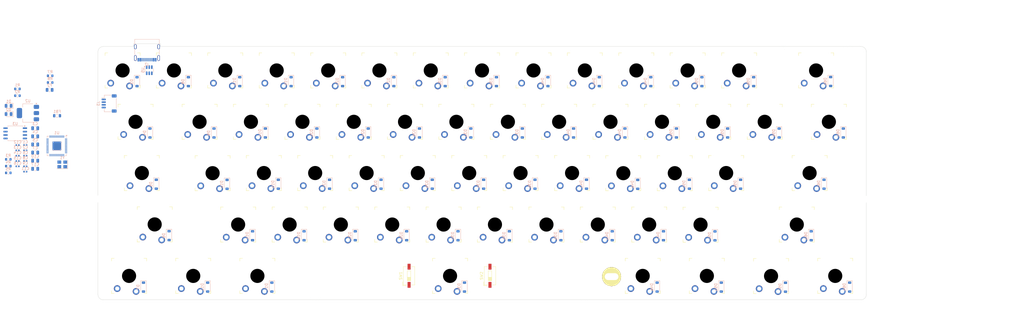
<source format=kicad_pcb>
(kicad_pcb (version 20240108) (generator "pcbnew") (generator_version "8.0")
  (layers (0 "F.Cu" signal) (1 "In1.Cu" signal) (2 "In2.Cu" signal) (31 "B.Cu" signal) (34 "B.Paste" user) (35 "F.Paste" user) (36 "B.SilkS" user "B.Silkscreen") (37 "F.SilkS" user "F.Silkscreen") (38 "B.Mask" user) (39 "F.Mask" user) (44 "Edge.Cuts" user))
  (net 0 "")
  (net 1 "/XIN_")
  (net 2 "GND")
  (net 3 "/XOUT_")
  (net 4 "V_Fused")
  (net 5 "+3.3V")
  (net 6 "+1V1")
  (net 7 "/DN")
  (net 8 "/DP")
  (net 9 "Net-(D1-K)")
  (net 10 "GP0")
  (net 11 "GP2")
  (net 12 "GP4")
  (net 13 "GP6")
  (net 14 "GP8")
  (net 15 "GP10")
  (net 16 "GP11")
  (net 17 "GP12")
  (net 18 "/RUN_")
  (net 19 "GP13")
  (net 20 "GP14")
  (net 21 "GP15")
  (net 22 "GP16")
  (net 23 "GP17")
  (net 24 "GP18")
  (net 25 "/SD3_")
  (net 26 "/SCLK_")
  (net 27 "/SD0_")
  (net 28 "/SD2_")
  (net 29 "/SD1_")
  (net 30 "/CS_")
  (net 31 "GP1")
  (net 32 "GP3")
  (net 33 "GP5")
  (net 34 "GP7")
  (net 35 "GP9")
  (net 36 "GP19")
  (net 37 "GP20")
  (net 38 "GP21")
  (net 39 "GP22")
  (net 40 "GP23")
  (net 41 "GP24")
  (net 42 "GP25")
  (net 43 "GP26")
  (net 44 "GP27")
  (net 45 "GP28")
  (net 46 "GP29")
  (net 47 "/USB-C/VBUS")
  (net 48 "/USB-C/D1+")
  (net 49 "/USB-C/D1-")
  (net 50 "/USB-C/DP")
  (net 51 "/USB-C/DN")
  (net 52 "/DrP")
  (net 53 "/DrN")
  (net 54 "Net-(D2-K)")
  (net 55 "Net-(D3-A)")
  (net 56 "Net-(D4-A)")
  (net 57 "Net-(D5-A)")
  (net 58 "Net-(D6-A)")
  (net 59 "Net-(D7-A)")
  (net 60 "Net-(D8-A)")
  (net 61 "Net-(D9-A)")
  (net 62 "Net-(D10-A)")
  (net 63 "Net-(D11-A)")
  (net 64 "Net-(D12-A)")
  (net 65 "Net-(D13-A)")
  (net 66 "Net-(D14-A)")
  (net 67 "Net-(D15-A)")
  (net 68 "Net-(D16-A)")
  (net 69 "Net-(D17-A)")
  (net 70 "Net-(D64-A)")
  (net 71 "Net-(D19-A)")
  (net 72 "Net-(D20-A)")
  (net 73 "Net-(D21-A)")
  (net 74 "Net-(D22-A)")
  (net 75 "Net-(D23-A)")
  (net 76 "Net-(D24-A)")
  (net 77 "Net-(D25-A)")
  (net 78 "Net-(D26-A)")
  (net 79 "Net-(D27-A)")
  (net 80 "Net-(D28-A)")
  (net 81 "Net-(D29-A)")
  (net 82 "Net-(D30-A)")
  (net 83 "Net-(D31-A)")
  (net 84 "Net-(D32-A)")
  (net 85 "Net-(D33-A)")
  (net 86 "Net-(D34-A)")
  (net 87 "Net-(D35-A)")
  (net 88 "Net-(D36-A)")
  (net 89 "Net-(D37-A)")
  (net 90 "Net-(D38-A)")
  (net 91 "Net-(D39-A)")
  (net 92 "Net-(D40-A)")
  (net 93 "Net-(D41-A)")
  (net 94 "Net-(D42-A)")
  (net 95 "Net-(D43-A)")
  (net 96 "Net-(D44-A)")
  (net 97 "Net-(D45-A)")
  (net 98 "Net-(D46-A)")
  (net 99 "Net-(D47-A)")
  (net 100 "Net-(D48-A)")
  (net 101 "Net-(D49-A)")
  (net 102 "Net-(D50-A)")
  (net 103 "Net-(D51-A)")
  (net 104 "Net-(D52-A)")
  (net 105 "Net-(D53-A)")
  (net 106 "Net-(D54-A)")
  (net 107 "Net-(D55-A)")
  (net 108 "Net-(D56-A)")
  (net 109 "Net-(D57-A)")
  (net 110 "Net-(D58-A)")
  (net 111 "Net-(D59-A)")
  (net 112 "Net-(D60-A)")
  (net 113 "Net-(D61-A)")
  (net 114 "Net-(D62-A)")
  (net 115 "Net-(D63-A)")
  (net 116 "Net-(F2-Pad1)")
  (net 118 "Net-(J2-CC2)")
  (net 120 "Net-(J2-CC1)")
  (net 121 "Net-(U1-XOUT)")
  (footprint "key_switch:SW_Gateron_LowProfile_THT" (layer "F.Cu") (at 330.7 87.1)
    (property "Reference" "KB\\1" (hide yes))
    (property "Value" "LP Gateron" (hide yes))
    (pad "" np_thru_hole circle (at 0 0 180) (size 5.25 5.25) (drill 5.25) (layers "*.Mask"))
    (pad "1" thru_hole circle (at -4.4 4.7 180) (size 2.5 2.5) (drill 1.5) (layers "*.Cu" "B.Mask") (net 19 "GP13"))
    (pad "2" thru_hole circle (at 2.6 5.75 180) (size 2.5 2.5) (drill 1.5) (layers "*.Cu" "B.Mask") (net 113 "Net-(D61-A)"))
  )
  (footprint "key_switch:SW_Gateron_LowProfile_THT" (layer "F.Cu") (at 71.15 144.25)
    (property "Reference" "KB_L_CTLR1" (hide yes))
    (property "Value" "LP Gateron" (hide yes))
    (pad "" np_thru_hole circle (at 0 0 180) (size 5.25 5.25) (drill 5.25) (layers "*.Mask"))
    (pad "1" thru_hole circle (at -4.4 4.7 180) (size 2.5 2.5) (drill 1.5) (layers "*.Cu" "B.Mask") (net 10 "GP0"))
    (pad "2" thru_hole circle (at 2.6 5.75 180) (size 2.5 2.5) (drill 1.5) (layers "*.Cu" "B.Mask") (net 59 "Net-(D7-A)"))
  )
  (footprint "" (layer "F.Cu") (at 240.167 136.035)
    (property "Reference" "" (at 0 0 0) (layer "F.SilkS") (effects (font (size 1.27 1.27))))
    (property "Value" "")
    (pad "" np_thru_hole circle (at 0 0 180) (size 4 4) (drill 4) (layers "*.Cu" "*.Mask"))
  )
  (footprint "key_switch:SW_Gateron_LowProfile_THT" (layer "F.Cu") (at 116.35 87.1)
    (property "Reference" "W1" (hide yes))
    (property "Value" "LP Gateron" (hide yes))
    (pad "" np_thru_hole circle (at 0 0 180) (size 5.25 5.25) (drill 5.25) (layers "*.Mask"))
    (pad "1" thru_hole circle (at -4.4 4.7 180) (size 2.5 2.5) (drill 1.5) (layers "*.Cu" "B.Mask") (net 11 "GP2"))
    (pad "2" thru_hole circle (at 2.6 5.75 180) (size 2.5 2.5) (drill 1.5) (layers "*.Cu" "B.Mask") (net 66 "Net-(D14-A)"))
  )
  (footprint "key_switch:SW_Gateron_LowProfile_THT" (layer "F.Cu") (at 159.25 106.1)
    (property "Reference" "F1" (hide yes))
    (property "Value" "LP Gateron" (hide yes))
    (pad "" np_thru_hole circle (at 0 0 180) (size 5.25 5.25) (drill 5.25) (layers "*.Mask"))
    (pad "1" thru_hole circle (at -4.4 4.7 180) (size 2.5 2.5) (drill 1.5) (layers "*.Cu" "B.Mask") (net 12 "GP4"))
    (pad "2" thru_hole circle (at 2.6 5.75 180) (size 2.5 2.5) (drill 1.5) (layers "*.Cu" "B.Mask") (net 77 "Net-(D25-A)"))
  )
  (footprint "key_switch:SW_Gateron_LowProfile_THT" (layer "F.Cu") (at 283.1 125.25)
    (property "Reference" "KB>2" (hide yes))
    (property "Value" "LP Gateron" (hide yes))
    (pad "" np_thru_hole circle (at 0 0 180) (size 5.25 5.25) (drill 5.25) (layers "*.Mask"))
    (pad "1" thru_hole circle (at -4.4 4.7 180) (size 2.5 2.5) (drill 1.5) (layers "*.Cu" "B.Mask") (net 15 "GP10"))
    (pad "2" thru_hole circle (at 2.6 5.75 180) (size 2.5 2.5) (drill 1.5) (layers "*.Cu" "B.Mask") (net 104 "Net-(D52-A)"))
  )
  (footprint "" (layer "F.Cu") (at 335.455 113.175)
    (property "Reference" "" (at 0 0 0) (layer "F.SilkS") (effects (font (size 1.27 1.27))))
    (property "Value" "")
    (pad "" np_thru_hole circle (at 0 0 180) (size 3.05 3.05) (drill 3.05) (layers "*.Cu" "*.Mask"))
  )
  (footprint "key_switch:SW_Gateron_LowProfile_THT" (layer "F.Cu") (at 75.9 106.1)
    (property "Reference" "KB_CL1" (hide yes))
    (property "Value" "LP Gateron" (hide yes))
    (pad "" np_thru_hole circle (at 0 0 180) (size 5.25 5.25) (drill 5.25) (layers "*.Mask"))
    (pad "1" thru_hole circle (at -4.4 4.7 180) (size 2.5 2.5) (drill 1.5) (layers "*.Cu" "B.Mask") (net 10 "GP0"))
    (pad "2" thru_hole circle (at 2.6 5.75 180) (size 2.5 2.5) (drill 1.5) (layers "*.Cu" "B.Mask") (net 57 "Net-(D5-A)"))
  )
  (footprint "key_switch:SW_Gateron_LowProfile_THT" (layer "F.Cu") (at 306.9 87.1)
    (property "Reference" "KB}1" (hide yes))
    (property "Value" "LP Gateron" (hide yes))
    (pad "" np_thru_hole circle (at 0 0 180) (size 5.25 5.25) (drill 5.25) (layers "*.Mask"))
    (pad "1" thru_hole circle (at -4.4 4.7 180) (size 2.5 2.5) (drill 1.5) (layers "*.Cu" "B.Mask") (net 17 "GP12"))
    (pad "2" thru_hole circle (at 2.6 5.75 180) (size 2.5 2.5) (drill 1.5) (layers "*.Cu" "B.Mask") (net 111 "Net-(D59-A)"))
  )
  (footprint "lib.pretty:PKRH" (layer "F.Cu") (at 248.111 144.529)
    (property "Reference" "H4" (hide yes))
    (property "Value" "MountingHole" (hide yes))
    (pad "1" thru_hole circle (at 2 0) (size 7.00024 7.00024) (drill oval 5.00126 2.49936) (layers "*.Cu" "*.Mask" "F.SilkS"))
  )
  (footprint "key_switch:SW_Gateron_LowProfile_THT" (layer "F.Cu") (at 235.45 106.1)
    (property "Reference" "K1" (hide yes))
    (property "Value" "LP Gateron" (hide yes))
    (pad "" np_thru_hole circle (at 0 0 180) (size 5.25 5.25) (drill 5.25) (layers "*.Mask"))
    (pad "1" thru_hole circle (at -4.4 4.7 180) (size 2.5 2.5) (drill 1.5) (layers "*.Cu" "B.Mask") (net 14 "GP8"))
    (pad "2" thru_hole circle (at 2.6 5.75 180) (size 2.5 2.5) (drill 1.5) (layers "*.Cu" "B.Mask") (net 94 "Net-(D42-A)"))
  )
  (footprint "Button_Switch_SMD:SW_DIP_SPSTx01_Slide_6.7x4.1mm_W6.73mm_P2.54mm_LowProfile_JPin" (layer "F.Cu") (at 205 144.2 90)
    (property "Reference" "SW2" (at 0 -3.11 270) (layer "F.SilkS"))
    (property "Value" "SW_BOOT")
    (pad "1" smd rect (at -3.365 0 90) (size 2.16 1.12) (layers "F.Cu" "F.Paste" "F.Mask") (net 2 "GND"))
    (pad "2" smd rect (at 3.365 0 90) (size 2.16 1.12) (layers "F.Cu" "F.Paste" "F.Mask") (net 30 "/CS_"))
  )
  (footprint "" (layer "F.Cu") (at 337.837 61.075)
    (property "Reference" "" (at 0 0 0) (layer "F.SilkS") (effects (font (size 1.27 1.27))))
    (property "Value" "")
    (pad "" np_thru_hole circle (at 0 0 180) (size 3.05 3.05) (drill 3.05) (layers "*.Cu" "*.Mask"))
  )
  (footprint "" (layer "F.Cu") (at 313.961 76.315)
    (property "Reference" "" (at 0 0 0) (layer "F.SilkS") (effects (font (size 1.27 1.27))))
    (property "Value" "")
    (pad "" np_thru_hole circle (at 0 0 180) (size 4 4) (drill 4) (layers "*.Cu" "*.Mask"))
  )
  (footprint "key_switch:SW_Gateron_LowProfile_THT" (layer "F.Cu") (at 225.95 125.2)
    (property "Reference" "M1" (hide yes))
    (property "Value" "LP Gateron" (hide yes))
    (pad "" np_thru_hole circle (at 0 0 180) (size 5.25 5.25) (drill 5.25) (layers "*.Mask"))
    (pad "1" thru_hole circle (at -4.4 4.7 180) (size 2.5 2.5) (drill 1.5) (layers "*.Cu" "B.Mask") (net 34 "GP7"))
    (pad "2" thru_hole circle (at 2.6 5.75 180) (size 2.5 2.5) (drill 1.5) (layers "*.Cu" "B.Mask") (net 91 "Net-(D39-A)"))
  )
  (footprint "" (layer "F.Cu") (at 337.837 76.315)
    (property "Reference" "" (at 0 0 0) (layer "F.SilkS") (effects (font (size 1.27 1.27))))
    (property "Value" "")
    (pad "" np_thru_hole circle (at 0 0 180) (size 4 4) (drill 4) (layers "*.Cu" "*.Mask"))
  )
  (footprint "key_switch:SW_Gateron_LowProfile_THT" (layer "F.Cu") (at 149.7 125.2)
    (property "Reference" "C18" (hide yes))
    (property "Value" "LP Gateron" (hide yes))
    (pad "" np_thru_hole circle (at 0 0 180) (size 5.25 5.25) (drill 5.25) (layers "*.Mask"))
    (pad "1" thru_hole circle (at -4.4 4.7 180) (size 2.5 2.5) (drill 1.5) (layers "*.Cu" "B.Mask") (net 32 "GP3"))
    (pad "2" thru_hole circle (at 2.6 5.75 180) (size 2.5 2.5) (drill 1.5) (layers "*.Cu" "B.Mask") (net 74 "Net-(D22-A)"))
  )
  (footprint "key_switch:SW_Gateron_LowProfile_THT" (layer "F.Cu") (at 145 68.05)
    (property "Reference" "KB4" (hide yes))
    (property "Value" "LP Gateron" (hide yes))
    (pad "" np_thru_hole circle (at 0 0 180) (size 5.25 5.25) (drill 5.25) (layers "*.Mask"))
    (pad "1" thru_hole circle (at -4.4 4.7 180) (size 2.5 2.5) (drill 1.5) (layers "*.Cu" "B.Mask") (net 12 "GP4"))
    (pad "2" thru_hole circle (at 2.6 5.75 180) (size 2.5 2.5) (drill 1.5) (layers "*.Cu" "B.Mask") (net 75 "Net-(D23-A)"))
  )
  (footprint "" (layer "F.Cu") (at 313.961 61.075)
    (property "Reference" "" (at 0 0 0) (layer "F.SilkS") (effects (font (size 1.27 1.27))))
    (property "Value" "")
    (pad "" np_thru_hole circle (at 0 0 180) (size 3.05 3.05) (drill 3.05) (layers "*.Cu" "*.Mask"))
  )
  (footprint "key_switch:SW_Gateron_LowProfile_THT" (layer "F.Cu") (at 287.8 87.1)
    (property "Reference" "KB{1" (hide yes))
    (property "Value" "LP Gateron" (hide yes))
    (pad "" np_thru_hole circle (at 0 0 180) (size 5.25 5.25) (drill 5.25) (layers "*.Mask"))
    (pad "1" thru_hole circle (at -4.4 4.7 180) (size 2.5 2.5) (drill 1.5) (layers "*.Cu" "B.Mask") (net 16 "GP11"))
    (pad "2" thru_hole circle (at 2.6 5.75 180) (size 2.5 2.5) (drill 1.5) (layers "*.Cu" "B.Mask") (net 107 "Net-(D55-A)"))
  )
  (footprint "key_switch:SW_Gateron_LowProfile_THT" (layer "F.Cu") (at 297.4 68.05)
    (property "Reference" "KB+1" (hide yes))
    (property "Value" "LP Gateron" (hide yes))
    (pad "" np_thru_hole circle (at 0 0 180) (size 5.25 5.25) (drill 5.25) (layers "*.Mask"))
    (pad "1" thru_hole circle (at -4.4 4.7 180) (size 2.5 2.5) (drill 1.5) (layers "*.Cu" "B.Mask") (net 17 "GP12"))
    (pad "2" thru_hole circle (at 2.6 5.75 180) (size 2.5 2.5) (drill 1.5) (layers "*.Cu" "B.Mask") (net 110 "Net-(D58-A)"))
  )
  (footprint "key_switch:SW_Gateron_LowProfile_THT" (layer "F.Cu") (at 187.8 125.2)
    (property "Reference" "B1" (hide yes))
    (property "Value" "LP Gateron" (hide yes))
    (pad "" np_thru_hole circle (at 0 0 180) (size 5.25 5.25) (drill 5.25) (layers "*.Mask"))
    (pad "1" thru_hole circle (at -4.4 4.7 180) (size 2.5 2.5) (drill 1.5) (layers "*.Cu" "B.Mask") (net 33 "GP5"))
    (pad "2" thru_hole circle (at 2.6 5.75 180) (size 2.5 2.5) (drill 1.5) (layers "*.Cu" "B.Mask") (net 82 "Net-(D30-A)"))
  )
  (footprint "key_switch:SW_Gateron_LowProfile_THT" (layer "F.Cu") (at 197.3 106.1)
    (property "Reference" "H1" (hide yes))
    (property "Value" "LP Gateron" (hide yes))
    (pad "" np_thru_hole circle (at 0 0 180) (size 5.25 5.25) (drill 5.25) (layers "*.Mask"))
    (pad "1" thru_hole circle (at -4.4 4.7 180) (size 2.5 2.5) (drill 1.5) (layers "*.Cu" "B.Mask") (net 13 "GP6"))
    (pad "2" thru_hole circle (at 2.6 5.75 180) (size 2.5 2.5) (drill 1.5) (layers "*.Cu" "B.Mask") (net 86 "Net-(D34-A)"))
  )
  (footprint "" (layer "F.Cu") (at 68.66 116.985)
    (property "Reference" "" (at 0 0 0) (layer "F.SilkS") (effects (font (size 1.27 1.27))))
    (property "Value" "")
    (pad "" np_thru_hole circle (at 0 0 180) (size 4 4) (drill 4) (layers "*.Cu" "*.Mask"))
  )
  (footprint "Button_Switch_SMD:SW_DIP_SPSTx01_Slide_6.7x4.1mm_W6.73mm_P2.54mm_LowProfile_JPin" (layer "F.Cu") (at 175 144.2 90)
    (property "Reference" "SW1" (at 0 -3.11 270) (layer "F.SilkS"))
    (property "Value" "SW_CHIP_EN")
    (pad "1" smd rect (at -3.365 0 90) (size 2.16 1.12) (layers "F.Cu" "F.Paste" "F.Mask") (net 2 "GND"))
    (pad "2" smd rect (at 3.365 0 90) (size 2.16 1.12) (layers "F.Cu" "F.Paste" "F.Mask") (net 18 "/RUN_"))
  )
  (footprint "" (layer "F.Cu") (at 240.167 151.275)
    (property "Reference" "" (at 0 0 0) (layer "F.SilkS") (effects (font (size 1.27 1.27))))
    (property "Value" "")
    (pad "" np_thru_hole circle (at 0 0 180) (size 3.05 3.05) (drill 3.05) (layers "*.Cu" "*.Mask"))
  )
  (footprint "lib.pretty:PKRHSL" (layer "F.Cu") (at 343.107 115.827)
    (property "Reference" "H5" (hide yes))
    (property "Value" "MountingHole" (hide yes))
    (pad "" np_thru_hole oval (at 0 0) (size 7.00024 2.49936) (drill oval 7.00024 2.49936) (layers "*.Cu" "*.Mask"))
  )
  (footprint "key_switch:SW_Gateron_LowProfile_THT" (layer "F.Cu") (at 130.7 125.2)
    (property "Reference" "X1" (hide yes))
    (property "Value" "LP Gateron" (hide yes))
    (pad "" np_thru_hole circle (at 0 0 180) (size 5.25 5.25) (drill 5.25) (layers "*.Mask"))
    (pad "1" thru_hole circle (at -4.4 4.7 180) (size 2.5 2.5) (drill 1.5) (layers "*.Cu" "B.Mask") (net 11 "GP2"))
    (pad "2" thru_hole circle (at 2.6 5.75 180) (size 2.5 2.5) (drill 1.5) (layers "*.Cu" "B.Mask") (net 68 "Net-(D16-A)"))
  )
  (footprint "key_switch:SW_Gateron_LowProfile_THT" (layer "F.Cu") (at 140.170833 106.1)
    (property "Reference" "D18" (hide yes))
    (property "Value" "LP Gateron" (hide yes))
    (pad "" np_thru_hole circle (at 0 0 180) (size 5.25 5.25) (drill 5.25) (layers "*.Mask"))
    (pad "1" thru_hole circle (at -4.4 4.7 180) (size 2.5 2.5) (drill 1.5) (layers "*.Cu" "B.Mask") (net 32 "GP3"))
    (pad "2" thru_hole circle (at 2.6 5.75 180) (size 2.5 2.5) (drill 1.5) (layers "*.Cu" "B.Mask") (net 73 "Net-(D21-A)"))
  )
  (footprint "key_switch:SW_Gateron_LowProfile_THT" (layer "F.Cu") (at 97.3 87.1)
    (property "Reference" "Q1" (hide yes))
    (property "Value" "LP Gateron" (hide yes))
    (pad "" np_thru_hole circle (at 0 0 180) (size 5.25 5.25) (drill 5.25) (layers "*.Mask"))
    (pad "1" thru_hole circle (at -4.4 4.7 180) (size 2.5 2.5) (drill 1.5) (layers "*.Cu" "B.Mask") (net 31 "GP1"))
    (pad "2" thru_hole circle (at 2.6 5.75 180) (size 2.5 2.5) (drill 1.5) (layers "*.Cu" "B.Mask") (net 61 "Net-(D9-A)"))
  )
  (footprint "key_switch:SW_Gateron_LowProfile_THT" (layer "F.Cu") (at 268.8 87.1)
    (property "Reference" "P1" (hide yes))
    (property "Value" "LP Gateron" (hide yes))
    (pad "" np_thru_hole circle (at 0 0 180) (size 5.25 5.25) (drill 5.25) (layers "*.Mask"))
    (pad "1" thru_hole circle (at -4.4 4.7 180) (size 2.5 2.5) (drill 1.5) (layers "*.Cu" "B.Mask") (net 15 "GP10"))
    (pad "2" thru_hole circle (at 2.6 5.75 180) (size 2.5 2.5) (drill 1.5) (layers "*.Cu" "B.Mask") (net 102 "Net-(D50-A)"))
  )
  (footprint "key_switch:SW_Gateron_LowProfile_THT" (layer "F.Cu") (at 178.25 106.1)
    (property "Reference" "G1" (hide yes))
    (property "Value" "LP Gateron" (hide yes))
    (pad "" np_thru_hole circle (at 0 0 180) (size 5.25 5.25) (drill 5.25) (layers "*.Mask"))
    (pad "1" thru_hole circle (at -4.4 4.7 180) (size 2.5 2.5) (drill 1.5) (layers "*.Cu" "B.Mask") (net 33 "GP5"))
    (pad "2" thru_hole circle (at 2.6 5.75 180) (size 2.5 2.5) (drill 1.5) (layers "*.Cu" "B.Mask") (net 81 "Net-(D29-A)"))
  )
  (footprint "key_switch:SW_Gateron_LowProfile_THT" (layer "F.Cu") (at 102.129167 106.15)
    (property "Reference" "A1" (hide yes))
    (property "Value" "LP Gateron" (hide yes))
    (pad "" np_thru_hole circle (at 0 0 180) (size 5.25 5.25) (drill 5.25) (layers "*.Mask"))
    (pad "1" thru_hole circle (at -4.4 4.7 180) (size 2.5 2.5) (drill 1.5) (layers "*.Cu" "B.Mask") (net 31 "GP1"))
    (pad "2" thru_hole circle (at 2.6 5.75 180) (size 2.5 2.5) (drill 1.5) (layers "*.Cu" "B.Mask") (net 62 "Net-(D10-A)"))
  )
  (footprint "key_switch:SW_Gateron_LowProfile_THT" (layer "F.Cu") (at 121.15 106.1)
    (property "Reference" "S1" (hide yes))
    (property "Value" "LP Gateron" (hide yes))
    (pad "" np_thru_hole circle (at 0 0 180) (size 5.25 5.25) (drill 5.25) (layers "*.Mask"))
    (pad "1" thru_hole circle (at -4.4 4.7 180) (size 2.5 2.5) (drill 1.5) (layers "*.Cu" "B.Mask") (net 11 "GP2"))
    (pad "2" thru_hole circle (at 2.6 5.75 180) (size 2.5 2.5) (drill 1.5) (layers "*.Cu" "B.Mask") (net 67 "Net-(D15-A)"))
  )
  (footprint "key_switch:SW_Gateron_LowProfile_THT" (layer "F.Cu") (at 168.75 125.2)
    (property "Reference" "V1" (hide yes))
    (property "Value" "LP Gateron" (hide yes))
    (pad "" np_thru_hole circle (at 0 0 180) (size 5.25 5.25) (drill 5.25) (layers "*.Mask"))
    (pad "1" thru_hole circle (at -4.4 4.7 180) (size 2.5 2.5) (drill 1.5) (layers "*.Cu" "B.Mask") (net 12 "GP4"))
    (pad "2" thru_hole circle (at 2.6 5.75 180) (size 2.5 2.5) (drill 1.5) (layers "*.Cu" "B.Mask") (net 78 "Net-(D26-A)"))
  )
  (footprint "key_switch:SW_Gateron_LowProfile_THT" (layer "F.Cu") (at 192.55 87.1)
    (property "Reference" "Y2" (hide yes))
    (property "Value" "LP Gateron" (hide yes))
    (pad "" np_thru_hole circle (at 0 0 180) (size 5.25 5.25) (drill 5.25) (layers "*.Mask"))
    (pad "1" thru_hole circle (at -4.4 4.7 180) (size 2.5 2.5) (drill 1.5) (layers "*.Cu" "B.Mask") (net 13 "GP6"))
    (pad "2" thru_hole circle (at 2.6 5.75 180) (size 2.5 2.5) (drill 1.5) (layers "*.Cu" "B.Mask") (net 85 "Net-(D33-A)"))
  )
  (footprint "key_switch:SW_Gateron_LowProfile_THT" (layer "F.Cu") (at 264.05 125.2)
    (property "Reference" "KB>1" (hide yes))
    (property "Value" "LP Gateron" (hide yes))
    (pad "" np_thru_hole circle (at 0 0 180) (size 5.25 5.25) (drill 5.25) (layers "*.Mask"))
    (pad "1" thru_hole circle (at -4.4 4.7 180) (size 2.5 2.5) (drill 1.5) (layers "*.Cu" "B.Mask") (net 35 "GP9"))
    (pad "2" thru_hole circle (at 2.6 5.75 180) (size 2.5 2.5) (drill 1.5) (layers "*.Cu" "B.Mask") (net 99 "Net-(D47-A)"))
  )
  (footprint "key_switch:SW_Gateron_LowProfile_THT" (layer "F.Cu") (at 259.3 68.05)
    (property "Reference" "KB10" (hide yes))
    (property "Value" "LP Gateron" (hide yes))
    (pad "" np_thru_hole circle (at 0 0 180) (size 5.25 5.25) (drill 5.25) (layers "*.Mask"))
    (pad "1" thru_hole circle (at -4.4 4.7 180) (size 2.5 2.5) (drill 1.5) (layers "*.Cu" "B.Mask") (net 15 "GP10"))
    (pad "2" thru_hole circle (at 2.6 5.75 180) (size 2.5 2.5) (drill 1.5) (layers "*.Cu" "B.Mask") (net 101 "Net-(D49-A)"))
  )
  (footprint "key_switch:SW_Gateron_LowProfile_THT" (layer "F.Cu") (at 106.85 68.05)
    (property "Reference" "KB2" (hide yes))
    (property "Value" "LP Gateron" (hide yes))
    (pad "" np_thru_hole circle (at 0 0 180) (size 5.25 5.25) (drill 5.25) (layers "*.Mask"))
    (pad "1" thru_hole circle (at -4.4 4.7 180) (size 2.5 2.5) (drill 1.5) (layers "*.Cu" "B.Mask") (net 11 "GP2"))
    (pad "2" thru_hole circle (at 2.6 5.75 180) (size 2.5 2.5) (drill 1.5) (layers "*.Cu" "B.Mask") (net 65 "Net-(D13-A)"))
  )
  (footprint "key_switch:SW_Gateron_LowProfile_THT" (layer "F.Cu") (at 309.25 144.3)
    (property "Reference" "KB_MENU1" (hide yes))
    (property "Value" "LP Gateron" (hide yes))
    (pad "" np_thru_hole circle (at 0 0 180) (size 5.25 5.25) (drill 5.25) (layers "*.Mask"))
    (pad "1" thru_hole circle (at -4.4 4.7 180) (size 2.5 2.5) (drill 1.5) (layers "*.Cu" "B.Mask") (net 16 "GP11"))
    (pad "2" thru_hole circle (at 2.6 5.75 180) (size 2.5 2.5) (drill 1.5) (layers "*.Cu" "B.Mask") (net 109 "Net-(D57-A)"))
  )
  (footprint "key_switch:SW_Gateron_LowProfile_THT" (layer "F.Cu") (at 135.45 87.1)
    (property "Reference" "E1" (hide yes))
    (property "Value" "LP Gateron" (hide yes))
    (pad "" np_thru_hole circle (at 0 0 180) (size 5.25 5.25) (drill 5.25) (layers "*.Mask"))
    (pad "1" thru_hole circle (at -4.4 4.7 180) (size 2.5 2.5) (drill 1.5) (layers "*.Cu" "B.Mask") (net 32 "GP3"))
    (pad "2" thru_hole circle (at 2.6 5.75 180) (size 2.5 2.5) (drill 1.5) (layers "*.Cu" "B.Mask") (net 72 "Net-(D20-A)"))
  )
  (footprint "key_switch:SW_Gateron_LowProfile_THT" (layer "F.Cu") (at 318.8 125.2)
    (property "Reference" "KB_R_SHIFT1" (hide yes))
    (property "Value" "LB Gateron" (hide yes))
    (pad "" np_thru_hole circle (at 0 0 180) (size 5.25 5.25) (drill 5.25) (layers "*.Mask"))
    (pad "1" thru_hole circle (at -4.4 4.7 180) (size 2.5 2.5) (drill 1.5) (layers "*.Cu" "B.Mask") (net 19 "GP13"))
    (pad "2" thru_hole circle (at 2.6 5.75 180) (size 2.5 2.5) (drill 1.5) (layers "*.Cu" "B.Mask") (net 115 "Net-(D63-A)"))
  )
  (footprint "" (layer "F.Cu") (at 92.536 116.985)
    (property "Reference" "" (at 0 0 0) (layer "F.SilkS") (effects (font (size 1.27 1.27))))
    (property "Value" "")
    (pad "" np_thru_hole circle (at 0 0 180) (size 4 4) (drill 4) (layers "*.Cu" "*.Mask"))
  )
  (footprint "key_switch:SW_Gateron_LowProfile_THT" (layer "F.Cu") (at 216.35 106.1)
    (property "Reference" "J1" (hide yes))
    (property "Value" "LP Gateron" (hide yes))
    (pad "" np_thru_hole circle (at 0 0 180) (size 5.25 5.25) (drill 5.25) (layers "*.Mask"))
    (pad "1" thru_hole circle (at -4.4 4.7 180) (size 2.5 2.5) (drill 1.5) (layers "*.Cu" "B.Mask") (net 34 "GP7"))
    (pad "2" thru_hole circle (at 2.6 5.75 180) (size 2.5 2.5) (drill 1.5) (layers "*.Cu" "B.Mask") (net 90 "Net-(D38-A)"))
  )
  (footprint "key_switch:SW_Gateron_LowProfile_THT" (layer "F.Cu") (at 173.5 87.1)
    (property "Reference" "T1" (hide yes))
    (property "Value" "LP Gateron" (hide yes))
    (pad "" np_thru_hole circle (at 0 0 180) (size 5.25 5.25) (drill 5.25) (layers "*.Mask"))
    (pad "1" thru_hole circle (at -4.4 4.7 180) (size 2.5 2.5) (drill 1.5) (layers "*.Cu" "B.Mask") (net 33 "GP5"))
    (pad "2" thru_hole circle (at 2.6 5.75 180) (size 2.5 2.5) (drill 1.5) (layers "*.Cu" "B.Mask") (net 80 "Net-(D28-A)"))
  )
  (footprint "" (layer "F.Cu") (at 330.693 132.225)
    (property "Reference" "" (at 0 0 0) (layer "F.SilkS") (effects (font (size 1.27 1.27))))
    (property "Value" "")
    (pad "" np_thru_hole circle (at 0 0 180) (size 3.05 3.05) (drill 3.05) (layers "*.Cu" "*.Mask"))
  )
  (footprint "key_switch:SW_Gateron_LowProfile_THT" (layer "F.Cu") (at 240.2 68.05)
    (property "Reference" "KB9" (hide yes))
    (property "Value" "LP Gateron" (hide yes))
    (pad "" np_thru_hole circle (at 0 0 180) (size 5.25 5.25) (drill 5.25) (layers "*.Mask"))
    (pad "1" thru_hole circle (at -4.4 4.7 180) (size 2.5 2.5) (drill 1.5) (layers "*.Cu" "B.Mask") (net 35 "GP9"))
    (pad "2" thru_hole circle (at 2.6 5.75 180) (size 2.5 2.5) (drill 1.5) (layers "*.Cu" "B.Mask") (net 96 "Net-(D44-A)"))
  )
  (footprint "" (layer "F.Cu") (at 335.455 97.935)
    (property "Reference" "" (at 0 0 0) (layer "F.SilkS") (effects (font (size 1.27 1.27))))
    (property "Value" "")
    (pad "" np_thru_hole circle (at 0 0 180) (size 4 4) (drill 4) (layers "*.Cu" "*.Mask"))
  )
  (footprint "key_switch:SW_Gateron_LowProfile_THT" (layer "F.Cu") (at 292.6 106.1)
    (property "Reference" "KB\"1" (hide yes))
    (property "Value" "LP Gateron" (hide yes))
    (pad "" np_thru_hole circle (at 0 0 180) (size 5.25 5.25) (drill 5.25) (layers "*.Mask"))
    (pad "1" thru_hole circle (at -4.4 4.7 180) (size 2.5 2.5) (drill 1.5) (layers "*.Cu" "B.Mask") (net 16 "GP11"))
    (pad "2" thru_hole circle (at 2.6 5.75 180) (size 2.5 2.5) (drill 1.5) (layers "*.Cu" "B.Mask") (net 108 "Net-(D56-A)"))
  )
  (footprint "" (layer "F.Cu") (at 140.167 151.275)
    (property "Reference" "" (at 0 0 0) (layer "F.SilkS") (effects (font (size 1.27 1.27))))
    (property "Value" "")
    (pad "" np_thru_hole circle (at 0 0 180) (size 3.05 3.05) (drill 3.05) (layers "*.Cu" "*.Mask"))
  )
  (footprint "lib.pretty:PKRHSL" (layer "F.Cu") (at 61.04 115.7)
    (property "Reference" "H3" (hide yes))
    (property "Value" "MountingHole" (hide yes))
    (pad "" np_thru_hole oval (at 0 0) (size 7.00024 2.49936) (drill oval 7.00024 2.49936) (layers "*.Cu" "*.Mask"))
  )
  (footprint "key_switch:SW_Gateron_LowProfile_THT" (layer "F.Cu") (at 261.65 144.25)
    (property "Reference" "KB_R_ALT1" (hide yes))
    (property "Value" "LP Gateron" (hide yes))
    (pad "" np_thru_hole circle (at 0 0 180) (size 5.25 5.25) (drill 5.25) (layers "*.Mask"))
    (pad "1" thru_hole circle (at -4.4 4.7 180) (size 2.5 2.5) (drill 1.5) (layers "*.Cu" "B.Mask") (net 35 "GP9"))
    (pad "2" thru_hole circle (at 2.6 5.75 180) (size 2.5 2.5) (drill 1.5) (layers "*.Cu" "B.Mask") (net 100 "Net-(D48-A)"))
  )
  (footprint "key_switch:SW_Gateron_LowProfile_THT" (layer "F.Cu") (at 183.05 68.05)
    (property "Reference" "KB6" (hide yes))
    (property "Value" "LP Gateron" (hide yes))
    (pad "" np_thru_hole circle (at 0 0 180) (size 5.25 5.25) (drill 5.25) (layers "*.Mask"))
    (pad "1" thru_hole circle (at -4.4 4.7 180) (size 2.5 2.5) (drill 1.5) (layers "*.Cu" "B.Mask") (net 13 "GP6"))
    (pad "2" thru_hole circle (at 2.6 5.75 180) (size 2.5 2.5) (drill 1.5) (layers "*.Cu" "B.Mask") (net 84 "Net-(D32-A)"))
  )
  (footprint "key_switch:SW_Gateron_LowProfile_THT" (layer "F.Cu") (at 211.65 87.1)
    (property "Reference" "U4" (hide yes))
    (property "Value" "LP Gateron" (hide yes))
    (pad "" np_thru_hole circle (at 0 0 180) (size 5.25 5.25) (drill 5.25) (layers "*.Mask"))
    (pad "1" thru_hole circle (at -4.4 4.7 180) (size 2.5 2.5) (drill 1.5) (layers "*.Cu" "B.Mask") (net 34 "GP7"))
    (pad "2" thru_hole circle (at 2.6 5.75 180) (size 2.5 2.5) (drill 1.5) (layers "*.Cu" "B.Mask") (net 89 "Net-(D37-A)"))
  )
  (footprint "key_switch:SW_Gateron_LowProfile_THT" (layer "F.Cu") (at 285.45 144.25)
    (property "Reference" "KB_FN1" (hide yes))
    (property "Value" "LP Gateron" (hide yes))
    (pad "" np_thru_hole circle (at 0 0 180) (size 5.25 5.25) (drill 5.25) (layers "*.Mask"))
    (pad "1" thru_hole circle (at -4.4 4.7 180) (size 2.5 2.5) (drill 1.5) (layers "*.Cu" "B.Mask") (net 15 "GP10"))
    (pad "2" thru_hole circle (at 2.6 5.75 180) (size 2.5 2.5) (drill 1.5) (layers "*.Cu" "B.Mask") (net 105 "Net-(D53-A)"))
  )
  (footprint "key_switch:SW_Gateron_LowProfile_THT" (layer "F.Cu") (at 164 68.05)
    (property "Reference" "KB5" (hide yes))
    (property "Value" "LP Gateron" (hide yes))
    (pad "" np_thru_hole circle (at 0 0 180) (size 5.25 5.25) (drill 5.25) (layers "*.Mask"))
    (pad "1" thru_hole circle (at -4.4 4.7 180) (size 2.5 2.5) (drill 1.5) (layers "*.Cu" "B.Mask") (net 33 "GP5"))
    (pad "2" thru_hole circle (at 2.6 5.75 180) (size 2.5 2.5) (drill 1.5) (layers "*.Cu" "B.Mask") (net 79 "Net-(D27-A)"))
  )
  (footprint "key_switch:SW_Gateron_LowProfile_THT" (layer "F.Cu") (at 111.6 125.2)
    (property "Reference" "Z1" (hide yes))
    (property "Value" "LP Gateron" (hide yes))
    (pad "" np_thru_hole circle (at 0 0 180) (size 5.25 5.25) (drill 5.25) (layers "*.Mask"))
    (pad "1" thru_hole circle (at -4.4 4.7 180) (size 2.5 2.5) (drill 1.5) (layers "*.Cu" "B.Mask") (net 31 "GP1"))
    (pad "2" thru_hole circle (at 2.6 5.75 180) (size 2.5 2.5) (drill 1.5) (layers "*.Cu" "B.Mask") (net 63 "Net-(D11-A)"))
  )
  (footprint "key_switch:SW_Gateron_LowProfile_THT" (layer "F.Cu") (at 125.9 68.05)
    (property "Reference" "KB3" (hide yes))
    (property "Value" "LP Gateron" (hide yes))
    (pad "" np_thru_hole circle (at 0 0 180) (size 5.25 5.25) (drill 5.25) (layers "*.Mask"))
    (pad "1" thru_hole circle (at -4.4 4.7 180) (size 2.5 2.5) (drill 1.5) (layers "*.Cu" "B.Mask") (net 32 "GP3"))
    (pad "2" thru_hole circle (at 2.6 5.75 180) (size 2.5 2.5) (drill 1.5) (layers "*.Cu" "B.Mask") (net 71 "Net-(D19-A)"))
  )
  (footprint "key_switch:SW_Gateron_LowProfile_THT" (layer "F.Cu") (at 323.55 106.1)
    (property "Reference" "KB_enter1" (hide yes))
    (property "Value" "LP Gateron" (hide yes))
    (pad "" np_thru_hole circle (at 0 0 180) (size 5.25 5.25) (drill 5.25) (layers "*.Mask"))
    (pad "1" thru_hole circle (at -4.4 4.7 180) (size 2.5 2.5) (drill 1.5) (layers "*.Cu" "B.Mask") (net 19 "GP13"))
    (pad "2" thru_hole circle (at 2.6 5.75 180) (size 2.5 2.5) (drill 1.5) (layers "*.Cu" "B.Mask") (net 114 "Net-(D62-A)"))
  )
  (footprint "" (layer "F.Cu") (at 92.536 132.225)
    (property "Reference" "" (at 0 0 0) (layer "F.SilkS") (effects (font (size 1.27 1.27))))
    (property "Value" "")
    (pad "" np_thru_hole circle (at 0 0 180) (size 3.05 3.05) (drill 3.05) (layers "*.Cu" "*.Mask"))
  )
  (footprint "key_switch:SW_Gateron_LowProfile_THT" (layer "F.Cu") (at 278.3 68.05)
    (property "Reference" "KB-1" (hide yes))
    (property "Value" "LP Gateron" (hide yes))
    (pad "" np_thru_hole circle (at 0 0 180) (size 5.25 5.25) (drill 5.25) (layers "*.Mask"))
    (pad "1" thru_hole circle (at -4.4 4.7 180) (size 2.5 2.5) (drill 1.5) (layers "*.Cu" "B.Mask") (net 16 "GP11"))
    (pad "2" thru_hole circle (at 2.6 5.75 180) (size 2.5 2.5) (drill 1.5) (layers "*.Cu" "B.Mask") (net 106 "Net-(D54-A)"))
  )
  (footprint "" (layer "F.Cu") (at 343.107 115.827)
    (property "Reference" "" (at 0 0 0) (layer "F.SilkS") (effects (font (size 1.27 1.27))))
    (property "Value" "")
    (pad "" np_thru_hole oval (at 0 0) (size 7.00024 2.49936) (drill oval 7.00024 2.49936) (layers "*.Cu" "*.Mask"))
  )
  (footprint "key_switch:SW_Gateron_LowProfile_THT" (layer "F.Cu") (at 118.75 144.25)
    (property "Reference" "KB_L_ALT1" (hide yes))
    (property "Value" "LP Gateron" (hide yes))
    (pad "" np_thru_hole circle (at 0 0 180) (size 5.25 5.25) (drill 5.25) (layers "*.Mask"))
    (pad "1" thru_hole circle (at -4.4 4.7 180) (size 2.5 2.5) (drill 1.5) (layers "*.Cu" "B.Mask") (net 11 "GP2"))
    (pad "2" thru_hole circle (at 2.6 5.75 180) (size 2.5 2.5) (drill 1.5) (layers "*.Cu" "B.Mask") (net 69 "Net-(D17-A)"))
  )
  (footprint "key_switch:SW_Gateron_LowProfile_THT" (layer "F.Cu") (at 73.55 87.1)
    (property "Reference" "KB_TAB1" (hide yes))
    (property "Value" "LP Gateron" (hide yes))
    (pad "" np_thru_hole circle (at 0 0 180) (size 5.25 5.25) (drill 5.25) (layers "*.Mask"))
    (pad "1" thru_hole circle (at -4.4 4.7 180) (size 2.5 2.5) (drill 1.5) (layers "*.Cu" "B.Mask") (net 10 "GP0"))
    (pad "2" thru_hole circle (at 2.6 5.75 180) (size 2.5 2.5) (drill 1.5) (layers "*.Cu" "B.Mask") (net 56 "Net-(D4-A)"))
  )
  (footprint "key_switch:SW_Gateron_LowProfile_THT" (layer "F.Cu") (at 273.55 106.15)
    (property "Reference" "KB:1" (hide yes))
    (property "Value" "LP Gateron" (hide yes))
    (pad "" np_thru_hole circle (at 0 0 180) (size 5.25 5.25) (drill 5.25) (layers "*.Mask"))
    (pad "1" thru_hole circle (at -4.4 4.7 180) (size 2.5 2.5) (drill 1.5) (layers "*.Cu" "B.Mask") (net 15 "GP10"))
    (pad "2" thru_hole circle (at 2.6 5.75 180) (size 2.5 2.5) (drill 1.5) (layers "*.Cu" "B.Mask") (net 103 "Net-(D51-A)"))
  )
  (footprint "key_switch:SW_Gateron_LowProfile_THT" (layer "F.Cu") (at 80.65 125.15)
    (property "Reference" "KB_L_SHIFT1" (hide yes))
    (property "Value" "LP Gateron" (hide yes))
    (pad "" np_thru_hole circle (at 0 0 180) (size 5.25 5.25) (drill 5.25) (layers "*.Mask"))
    (pad "1" thru_hole circle (at -4.4 4.7 180) (size 2.5 2.5) (drill 1.5) (layers "*.Cu" "B.Mask") (net 10 "GP0"))
    (pad "2" thru_hole circle (at 2.6 5.75 180) (size 2.5 2.5) (drill 1.5) (layers "*.Cu" "B.Mask") (net 58 "Net-(D6-A)"))
  )
  (footprint "key_switch:SW_Gateron_LowProfile_THT" (layer "F.Cu") (at 249.7 87.1)
    (property "Reference" "O1" (hide yes))
    (property "Value" "LP Gateron" (hide yes))
    (pad "" np_thru_hole circle (at 0 0 180) (size 5.25 5.25) (drill 5.25) (layers "*.Mask"))
    (pad "1" thru_hole circle (at -4.4 4.7 180) (size 2.5 2.5) (drill 1.5) (layers "*.Cu" "B.Mask") (net 35 "GP9"))
    (pad "2" thru_hole circle (at 2.6 5.75 180) (size 2.5 2.5) (drill 1.5) (layers "*.Cu" "B.Mask") (net 97 "Net-(D45-A)"))
  )
  (footprint "key_switch:SW_Gateron_LowProfile_THT" (layer "F.Cu") (at 245 125.2)
    (property "Reference" "KB<1" (hide yes))
    (property "Value" "LP Gateron" (hide yes))
    (pad "" np_thru_hole circle (at 0 0 180) (size 5.25 5.25) (drill 5.25) (layers "*.Mask"))
    (pad "1" thru_hole circle (at -4.4 4.7 180) (size 2.5 2.5) (drill 1.5) (layers "*.Cu" "B.Mask") (net 14 "GP8"))
    (pad "2" thru_hole circle (at 2.6 5.75 180) (size 2.5 2.5) (drill 1.5) (layers "*.Cu" "B.Mask") (net 95 "Net-(D43-A)"))
  )
  (footprint "" (layer "F.Cu") (at 140.167 136.035)
    (property "Reference" "" (at 0 0 0) (layer "F.SilkS") (effects (font (size 1.27 1.27))))
    (property "Value" "")
    (pad "" np_thru_hole circle (at 0 0 180) (size 4 4) (drill 4) (layers "*.Cu" "*.Mask"))
  )
  (footprint "" (layer "F.Cu") (at 306.817 116.985)
    (property "Reference" "" (at 0 0 0) (layer "F.SilkS") (effects (font (size 1.27 1.27))))
    (property "Value" "")
    (pad "" np_thru_hole circle (at 0 0 180) (size 4 4) (drill 4) (layers "*.Cu" "*.Mask"))
  )
  (footprint "" (layer "F.Cu") (at 330.693 116.985)
    (property "Reference" "" (at 0 0 0) (layer "F.SilkS") (effects (font (size 1.27 1.27))))
    (property "Value" "")
    (pad "" np_thru_hole circle (at 0 0 180) (size 4 4) (drill 4) (layers "*.Cu" "*.Mask"))
  )
  (footprint "key_switch:SW_Gateron_LowProfile_THT" (layer "F.Cu") (at 154.5 87.1)
    (property "Reference" "R6" (hide yes))
    (property "Value" "LP Gateron" (hide yes))
    (pad "" np_thru_hole circle (at 0 0 180) (size 5.25 5.25) (drill 5.25) (layers "*.Mask"))
    (pad "1" thru_hole circle (at -4.4 4.7 180) (size 2.5 2.5) (drill 1.5) (layers "*.Cu" "B.Mask") (net 12 "GP4"))
    (pad "2" thru_hole circle (at 2.6 5.75 180) (size 2.5 2.5) (drill 1.5) (layers "*.Cu" "B.Mask") (net 76 "Net-(D24-A)"))
  )
  (footprint "key_switch:SW_Gateron_LowProfile_THT" (layer "F.Cu") (at 333.05 144.25)
    (property "Reference" "KB_R_CTRL1" (hide yes))
    (property "Value" "LP Gateron" (hide yes))
    (pad "" np_thru_hole circle (at 0 0 180) (size 5.25 5.25) (drill 5.25) (layers "*.Mask"))
    (pad "1" thru_hole circle (at -4.4 4.7 180) (size 2.5 2.5) (drill 1.5) (layers "*.Cu" "B.Mask") (net 19 "GP13"))
    (pad "2" thru_hole circle (at 2.6 5.75 180) (size 2.5 2.5) (drill 1.5) (layers "*.Cu" "B.Mask") (net 70 "Net-(D64-A)"))
  )
  (footprint "" (layer "F.Cu") (at 68.66 132.225)
    (property "Reference" "" (at 0 0 0) (layer "F.SilkS") (effects (font (size 1.27 1.27))))
    (property "Value" "")
    (pad "" np_thru_hole circle (at 0 0 180) (size 3.05 3.05) (drill 3.05) (layers "*.Cu" "*.Mask"))
  )
  (footprint "" (layer "F.Cu") (at 306.817 132.225)
    (property "Reference" "" (at 0 0 0) (layer "F.SilkS") (effects (font (size 1.27 1.27))))
    (property "Value" "")
    (pad "" np_thru_hole circle (at 0 0 180) (size 3.05 3.05) (drill 3.05) (layers "*.Cu" "*.Mask"))
  )
  (footprint "" (layer "F.Cu") (at 61.04 115.7)
    (property "Reference" "" (at 0 0 0) (layer "F.SilkS") (effects (font (size 1.27 1.27))))
    (property "Value" "")
    (pad "" np_thru_hole oval (at 0 0) (size 7.00024 2.49936) (drill oval 7.00024 2.49936) (layers "*.Cu" "*.Mask"))
  )
  (footprint "key_switch:SW_Gateron_LowProfile_THT" (layer "F.Cu") (at 68.74375 68.05)
    (property "Reference" "KB_ESC1" (hide yes))
    (property "Value" "LP Gateron" (hide yes))
    (pad "" np_thru_hole circle (at 0 0 180) (size 5.25 5.25) (drill 5.25) (layers "*.Mask"))
    (pad "1" thru_hole circle (at -4.4 4.7 180) (size 2.5 2.5) (drill 1.5) (layers "*.Cu" "B.Mask") (net 10 "GP0"))
    (pad "2" thru_hole circle (at 2.6 5.75 180) (size 2.5 2.5) (drill 1.5) (layers "*.Cu" "B.Mask") (net 55 "Net-(D3-A)"))
  )
  (footprint "key_switch:SW_Gateron_LowProfile_THT" (layer "F.Cu") (at 190.2 144.25)
    (property "Reference" "KB_SPACE1" (hide yes))
    (property "Value" "LP Gateron" (hide yes))
    (pad "" np_thru_hole circle (at 0 0 180) (size 5.25 5.25) (drill 5.25) (layers "*.Mask"))
    (pad "1" thru_hole circle (at -4.4 4.7 180) (size 2.5 2.5) (drill 1.5) (layers "*.Cu" "B.Mask") (net 33 "GP5"))
    (pad "2" thru_hole circle (at 2.6 5.75 180) (size 2.5 2.5) (drill 1.5) (layers "*.Cu" "B.Mask") (net 83 "Net-(D31-A)"))
  )
  (footprint "key_switch:SW_Gateron_LowProfile_THT" (layer "F.Cu") (at 202.05 68.05)
    (property "Reference" "KB7" (hide yes))
    (property "Value" "LP Gateron" (hide yes))
    (pad "" np_thru_hole circle (at 0 0 180) (size 5.25 5.25) (drill 5.25) (layers "*.Mask"))
    (pad "1" thru_hole circle (at -4.4 4.7 180) (size 2.5 2.5) (drill 1.5) (layers "*.Cu" "B.Mask") (net 34 "GP7"))
    (pad "2" thru_hole circle (at 2.6 5.75 180) (size 2.5 2.5) (drill 1.5) (layers "*.Cu" "B.Mask") (net 88 "Net-(D36-A)"))
  )
  (footprint "" (layer "F.Cu") (at 311.579 97.935)
    (property "Reference" "" (at 0 0 0) (layer "F.SilkS") (effects (font (size 1.27 1.27))))
    (property "Value" "")
    (pad "" np_thru_hole circle (at 0 0 180) (size 4 4) (drill 4) (layers "*.Cu" "*.Mask"))
  )
  (footprint "key_switch:SW_Gateron_LowProfile_THT" (layer "F.Cu") (at 206.85 125.2)
    (property "Reference" "N1" (hide yes))
    (property "Value" "LP Gateron" (hide yes))
    (pad "" np_thru_hole circle (at 0 0 180) (size 5.25 5.25) (drill 5.25) (layers "*.Mask"))
    (pad "1" thru_hole circle (at -4.4 4.7 180) (size 2.5 2.5) (drill 1.5) (layers "*.Cu" "B.Mask") (net 13 "GP6"))
    (pad "2" thru_hole circle (at 2.6 5.75 180) (size 2.5 2.5) (drill 1.5) (layers "*.Cu" "B.Mask") (net 87 "Net-(D35-A)"))
  )
  (footprint "key_switch:SW_Gateron_LowProfile_THT" (layer "F.Cu") (at 230.65 87.1)
    (property "Reference" "I1" (hide yes))
    (property "Value" "LP Gateron" (hide yes))
    (pad "" np_thru_hole circle (at 0 0 180) (size 5.25 5.25) (drill 5.25) (layers "*.Mask"))
    (pad "1" thru_hole circle (at -4.4 4.7 180) (size 2.5 2.5) (drill 1.5) (layers "*.Cu" "B.Mask") (net 14 "GP8"))
    (pad "2" thru_hole circle (at 2.6 5.75 180) (size 2.5 2.5) (drill 1.5) (layers "*.Cu" "B.Mask") (net 93 "Net-(D41-A)"))
  )
  (footprint "" (layer "F.Cu") (at 250.111 144.529)
    (property "Reference" "" (at 0 0 0) (layer "F.SilkS") (effects (font (size 1.27 1.27))))
    (property "Value" "")
    (pad "1" thru_hole circle (at 0 0) (size 7.00024 7.00024) (drill oval 5.00126 2.49936) (layers "*.Cu" "*.Mask" "F.SilkS"))
  )
  (footprint "key_switch:SW_Gateron_LowProfile_THT" (layer "F.Cu") (at 254.45 106.15)
    (property "Reference" "L1" (hide yes))
    (property "Value" "LP Gateron" (hide yes))
    (pad "" np_thru_hole circle (at 0 0 180) (size 5.25 5.25) (drill 5.25) (layers "*.Mask"))
    (pad "1" thru_hole circle (at -4.4 4.7 180) (size 2.5 2.5) (drill 1.5) (layers "*.Cu" "B.Mask") (net 35 "GP9"))
    (pad "2" thru_hole circle (at 2.6 5.75 180) (size 2.5 2.5) (drill 1.5) (layers "*.Cu" "B.Mask") (net 98 "Net-(D46-A)"))
  )
  (footprint "key_switch:SW_Gateron_LowProfile_THT" (layer "F.Cu") (at 325.95 68.05)
    (property "Reference" "KB_BS1" (hide yes))
    (property "Value" "LP Gateron" (hide yes))
    (pad "" np_thru_hole circle (at 0 0 180) (size 5.25 5.25) (drill 5.25) (layers "*.Mask"))
    (pad "1" thru_hole circle (at -4.4 4.7 180) (size 2.5 2.5) (drill 1.5) (layers "*.Cu" "B.Mask") (net 19 "GP13"))
    (pad "2" thru_hole circle (at 2.6 5.75 180) (size 2.5 2.5) (drill 1.5) (layers "*.Cu" "B.Mask") (net 112 "Net-(D60-A)"))
  )
  (footprint "key_switch:SW_Gateron_LowProfile_THT" (layer "F.Cu") (at 94.95 144.25)
    (property "Reference" "KB_COM1" (hide yes))
    (property "Value" "LP Gateron" (hide yes))
    (pad "" np_thru_hole circle (at 0 0 180) (size 5.25 5.25) (drill 5.25) (layers "*.Mask"))
    (pad "1" thru_hole circle (at -4.4 4.7 180) (size 2.5 2.5) (drill 1.5) (layers "*.Cu" "B.Mask") (net 31 "GP1"))
    (pad "2" thru_hole circle (at 2.6 5.75 180) (size 2.5 2.5) (drill 1.5) (layers "*.Cu" "B.Mask") (net 64 "Net-(D12-A)"))
  )
  (footprint "key_switch:SW_Gateron_LowProfile_THT" (layer "F.Cu") (at 87.8 68.05)
    (property "Reference" "KB1" (hide yes))
    (property "Value" "LP Gateron" (hide yes))
    (pad "" np_thru_hole circle (at 0 0 180) (size 5.25 5.25) (drill 5.25) (layers "*.Mask"))
    (pad "1" thru_hole circle (at -4.4 4.7 180) (size 2.5 2.5) (drill 1.5) (layers "*.Cu" "B.Mask") (net 31 "GP1"))
    (pad "2" thru_hole circle (at 2.6 5.75 180) (size 2.5 2.5) (drill 1.5) (layers "*.Cu" "B.Mask") (net 60 "Net-(D8-A)"))
  )
  (footprint "" (layer "F.Cu") (at 311.579 113.175)
    (property "Reference" "" (at 0 0 0) (layer "F.SilkS") (effects (font (size 1.27 1.27))))
    (property "Value" "")
    (pad "" np_thru_hole circle (at 0 0 180) (size 3.05 3.05) (drill 3.05) (layers "*.Cu" "*.Mask"))
  )
  (footprint "key_switch:SW_Gateron_LowProfile_THT" (layer "F.Cu") (at 221.15 68.05)
    (property "Reference" "KB8" (hide yes))
    (property "Value" "LP Gateron" (hide yes))
    (pad "" np_thru_hole circle (at 0 0 180) (size 5.25 5.25) (drill 5.25) (layers "*.Mask"))
    (pad "1" thru_hole circle (at -4.4 4.7 180) (size 2.5 2.5) (drill 1.5) (layers "*.Cu" "B.Mask") (net 14 "GP8"))
    (pad "2" thru_hole circle (at 2.6 5.75 180) (size 2.5 2.5) (drill 1.5) (layers "*.Cu" "B.Mask") (net 92 "Net-(D40-A)"))
  )
  (footprint "Diode_SMD:D_SOD-123" (layer "B.Cu") (at 324.15 129.35 -90)
    (property "Reference" "D63" (at 0 2 90) (layer "B.SilkS") (effects (justify mirror)))
    (property "Value" "D_Small")
    (pad "1" smd roundrect (at -1.65 0 270) (size 0.9 1.2) (layers "B.Cu" "B.Paste" "B.Mask") (net 23 "GP17"))
    (pad "2" smd roundrect (at 1.65 0 270) (size 0.9 1.2) (layers "B.Cu" "B.Paste" "B.Mask") (net 115 "Net-(D63-A)"))
  )
  (footprint "Diode_SMD:D_SOD-123" (layer "B.Cu") (at 202.65 110.25 -90)
    (property "Reference" "D34" (at 0 2 90) (layer "B.SilkS") (effects (justify mirror)))
    (property "Value" "D_Small")
    (pad "1" smd roundrect (at -1.65 0 270) (size 0.9 1.2) (layers "B.Cu" "B.Paste" "B.Mask") (net 22 "GP16"))
    (pad "2" smd roundrect (at 1.65 0 270) (size 0.9 1.2) (layers "B.Cu" "B.Paste" "B.Mask") (net 86 "Net-(D34-A)"))
  )
  (footprint "Diode_SMD:D_SOD-123" (layer "B.Cu") (at 336.05 91.25 -90)
    (property "Reference" "D61" (at 0 2 90) (layer "B.SilkS") (effects (justify mirror)))
    (property "Value" "D_Small")
    (pad "1" smd roundrect (at -1.65 0 270) (size 0.9 1.2) (layers "B.Cu" "B.Paste" "B.Mask") (net 21 "GP15"))
    (pad "2" smd roundrect (at 1.65 0 270) (size 0.9 1.2) (layers "B.Cu" "B.Paste" "B.Mask") (net 113 "Net-(D61-A)"))
  )
  (footprint "Fuse:Fuse_0805_2012Metric" (layer "B.Cu") (at 41.68 75.26 180)
    (property "Reference" "F2" (at 0 1.65 0) (layer "B.SilkS") (effects (justify mirror)))
    (property "Value" "700mA")
    (pad "1" smd roundrect (at -0.9375 0 180) (size 0.975 1.4) (layers "B.Cu" "B.Paste" "B.Mask") (net 116 "Net-(F2-Pad1)"))
    (pad "2" smd roundrect (at 0.9375 0 180) (size 0.975 1.4) (layers "B.Cu" "B.Paste" "B.Mask") (net 47 "/USB-C/VBUS"))
  )
  (footprint "Diode_SMD:D_SOD-123" (layer "B.Cu") (at 221.7 110.25 -90)
    (property "Reference" "D38" (at 0 2 90) (layer "B.SilkS") (effects (justify mirror)))
    (property "Value" "D_Small")
    (pad "1" smd roundrect (at -1.65 0 270) (size 0.9 1.2) (layers "B.Cu" "B.Paste" "B.Mask") (net 22 "GP16"))
    (pad "2" smd roundrect (at 1.65 0 270) (size 0.9 1.2) (layers "B.Cu" "B.Paste" "B.Mask") (net 90 "Net-(D38-A)"))
  )
  (footprint "Diode_SMD:D_SOD-123" (layer "B.Cu") (at 100.3 148.4 -90)
    (property "Reference" "D12" (at 0 2 90) (layer "B.SilkS") (effects (justify mirror)))
    (property "Value" "D_Small")
    (pad "1" smd roundrect (at -1.65 0 270) (size 0.9 1.2) (layers "B.Cu" "B.Paste" "B.Mask") (net 24 "GP18"))
    (pad "2" smd roundrect (at 1.65 0 270) (size 0.9 1.2) (layers "B.Cu" "B.Paste" "B.Mask") (net 64 "Net-(D12-A)"))
  )
  (footprint "Diode_SMD:D_SOD-123" (layer "B.Cu") (at 250.35 129.35 -90)
    (property "Reference" "D43" (at 0 2 90) (layer "B.SilkS") (effects (justify mirror)))
    (property "Value" "D_Small")
    (pad "1" smd roundrect (at -1.65 0 270) (size 0.9 1.2) (layers "B.Cu" "B.Paste" "B.Mask") (net 23 "GP17"))
    (pad "2" smd roundrect (at 1.65 0 270) (size 0.9 1.2) (layers "B.Cu" "B.Paste" "B.Mask") (net 95 "Net-(D43-A)"))
  )
  (footprint "Diode_SMD:D_SOD-123" (layer "B.Cu") (at 314.6 148.45 -90)
    (property "Reference" "D57" (at 0 2 90) (layer "B.SilkS") (effects (justify mirror)))
    (property "Value" "D_Small")
    (pad "1" smd roundrect (at -1.65 0 270) (size 0.9 1.2) (layers "B.Cu" "B.Paste" "B.Mask") (net 24 "GP18"))
    (pad "2" smd roundrect (at 1.65 0 270) (size 0.9 1.2) (layers "B.Cu" "B.Paste" "B.Mask") (net 109 "Net-(D57-A)"))
  )
  (footprint "Resistor_SMD:R_0603_1608Metric" (layer "B.Cu") (at 26.36 103.5325 180)
    (property "Reference" "R4" (at 0 1.43 0) (layer "B.SilkS") (effects (justify mirror)))
    (property "Value" "330")
    (pad "1" smd roundrect (at -0.825 0 180) (size 0.8 0.95) (layers "B.Cu" "B.Paste" "B.Mask") (net 9 "Net-(D1-K)"))
    (pad "2" smd roundrect (at 0.825 0 180) (size 0.8 0.95) (layers "B.Cu" "B.Paste" "B.Mask") (net 42 "GP25"))
  )
  (footprint "Diode_SMD:D_SOD-123" (layer "B.Cu") (at 159.85 91.25 -90)
    (property "Reference" "D24" (at 0 2 90) (layer "B.SilkS") (effects (justify mirror)))
    (property "Value" "D_Small")
    (pad "1" smd roundrect (at -1.65 0 270) (size 0.9 1.2) (layers "B.Cu" "B.Paste" "B.Mask") (net 21 "GP15"))
    (pad "2" smd roundrect (at 1.65 0 270) (size 0.9 1.2) (layers "B.Cu" "B.Paste" "B.Mask") (net 76 "Net-(D24-A)"))
  )
  (footprint "Package_TO_SOT_SMD:SOT-23-6" (layer "B.Cu") (at 78.6375 67.9625 -90)
    (property "Reference" "U5" (at 0 2.4 90) (layer "B.SilkS") (effects (justify mirror)))
    (property "Value" "USBLC6-2SC6")
    (pad "1" smd roundrect (at -1.1375 0.95 270) (size 1.325 0.6) (layers "B.Cu" "B.Paste" "B.Mask") (net 51 "/USB-C/DN"))
    (pad "2" smd roundrect (at -1.1375 0 270) (size 1.325 0.6) (layers "B.Cu" "B.Paste" "B.Mask") (net 2 "GND"))
    (pad "3" smd roundrect (at -1.1375 -0.95 270) (size 1.325 0.6) (layers "B.Cu" "B.Paste" "B.Mask") (net 50 "/USB-C/DP"))
    (pad "4" smd roundrect (at 1.1375 -0.95 270) (size 1.325 0.6) (layers "B.Cu" "B.Paste" "B.Mask") (net 48 "/USB-C/D1+"))
    (pad "5" smd roundrect (at 1.1375 0 270) (size 1.325 0.6) (layers "B.Cu" "B.Paste" "B.Mask") (net 47 "/USB-C/VBUS"))
    (pad "6" smd roundrect (at 1.1375 0.95 270) (size 1.325 0.6) (layers "B.Cu" "B.Paste" "B.Mask") (net 49 "/USB-C/D1-"))
  )
  (footprint "Capacitor_SMD:C_0402_1005Metric" (layer "B.Cu") (at 29.8 101.6425 180)
    (property "Reference" "C15" (at 0 1.16 0) (layer "B.SilkS") (effects (justify mirror)))
    (property "Value" "100nF")
    (pad "1" smd roundrect (at -0.48 0 180) (size 0.56 0.62) (layers "B.Cu" "B.Paste" "B.Mask") (net 5 "+3.3V"))
    (pad "2" smd roundrect (at 0.48 0 180) (size 0.56 0.62) (layers "B.Cu" "B.Paste" "B.Mask") (net 2 "GND"))
  )
  (footprint "Diode_SMD:D_SOD-123" (layer "B.Cu") (at 76.5 148.4 -90)
    (property "Reference" "D7" (at 0 2 90) (layer "B.SilkS") (effects (justify mirror)))
    (property "Value" "D_Small")
    (pad "1" smd roundrect (at -1.65 0 270) (size 0.9 1.2) (layers "B.Cu" "B.Paste" "B.Mask") (net 24 "GP18"))
    (pad "2" smd roundrect (at 1.65 0 270) (size 0.9 1.2) (layers "B.Cu" "B.Paste" "B.Mask") (net 59 "Net-(D7-A)"))
  )
  (footprint "Diode_SMD:D_SOD-123" (layer "B.Cu") (at 217 91.25 -90)
    (property "Reference" "D37" (at 0 2 90) (layer "B.SilkS") (effects (justify mirror)))
    (property "Value" "D_Small")
    (pad "1" smd roundrect (at -1.65 0 270) (size 0.9 1.2) (layers "B.Cu" "B.Paste" "B.Mask") (net 21 "GP15"))
    (pad "2" smd roundrect (at 1.65 0 270) (size 0.9 1.2) (layers "B.Cu" "B.Paste" "B.Mask") (net 89 "Net-(D37-A)"))
  )
  (footprint "Diode_SMD:D_SOD-123" (layer "B.Cu") (at 236 91.25 -90)
    (property "Reference" "D41" (at 0 2 90) (layer "B.SilkS") (effects (justify mirror)))
    (property "Value" "D_Small")
    (pad "1" smd roundrect (at -1.65 0 270) (size 0.9 1.2) (layers "B.Cu" "B.Paste" "B.Mask") (net 21 "GP15"))
    (pad "2" smd roundrect (at 1.65 0 270) (size 0.9 1.2) (layers "B.Cu" "B.Paste" "B.Mask") (net 93 "Net-(D41-A)"))
  )
  (footprint "Diode_SMD:D_0805_2012Metric" (layer "B.Cu") (at 26.46 81.1775 180)
    (property "Reference" "D1" (at 0 1.65 0) (layer "B.SilkS") (effects (justify mirror)))
    (property "Value" "RED")
    (pad "1" smd roundrect (at -0.9375 0 180) (size 0.975 1.4) (layers "B.Cu" "B.Paste" "B.Mask") (net 9 "Net-(D1-K)"))
    (pad "2" smd roundrect (at 0.9375 0 180) (size 0.975 1.4) (layers "B.Cu" "B.Paste" "B.Mask") (net 5 "+3.3V"))
  )
  (footprint "Diode_SMD:D_SOD-123" (layer "B.Cu") (at 212.2 129.35 -90)
    (property "Reference" "D35" (at 0 2 90) (layer "B.SilkS") (effects (justify mirror)))
    (property "Value" "D_Small")
    (pad "1" smd roundrect (at -1.65 0 270) (size 0.9 1.2) (layers "B.Cu" "B.Paste" "B.Mask") (net 23 "GP17"))
    (pad "2" smd roundrect (at 1.65 0 270) (size 0.9 1.2) (layers "B.Cu" "B.Paste" "B.Mask") (net 87 "Net-(D35-A)"))
  )
  (footprint "Capacitor_SMD:C_0402_1005Metric" (layer "B.Cu") (at 32.67 95.7325 180)
    (property "Reference" "C1" (at 0 1.16 0) (layer "B.SilkS") (effects (justify mirror)))
    (property "Value" "6pF")
    (pad "1" smd roundrect (at -0.48 0 180) (size 0.56 0.62) (layers "B.Cu" "B.Paste" "B.Mask") (net 1 "/XIN_"))
    (pad "2" smd roundrect (at 0.48 0 180) (size 0.56 0.62) (layers "B.Cu" "B.Paste" "B.Mask") (net 2 "GND"))
  )
  (footprint "Diode_SMD:D_SOD-123" (layer "B.Cu") (at 193.15 129.35 -90)
    (property "Reference" "D30" (at 0 2 90) (layer "B.SilkS") (effects (justify mirror)))
    (property "Value" "D_Small")
    (pad "1" smd roundrect (at -1.65 0 270) (size 0.9 1.2) (layers "B.Cu" "B.Paste" "B.Mask") (net 23 "GP17"))
    (pad "2" smd roundrect (at 1.65 0 270) (size 0.9 1.2) (layers "B.Cu" "B.Paste" "B.Mask") (net 82 "Net-(D30-A)"))
  )
  (footprint "Diode_SMD:D_SOD-123" (layer "B.Cu") (at 195.55 148.4 -90)
    (property "Reference" "D31" (at 0 2 90) (layer "B.SilkS") (effects (justify mirror)))
    (property "Value" "D_Small")
    (pad "1" smd roundrect (at -1.65 0 270) (size 0.9 1.2) (layers "B.Cu" "B.Paste" "B.Mask") (net 24 "GP18"))
    (pad "2" smd roundrect (at 1.65 0 270) (size 0.9 1.2) (layers "B.Cu" "B.Paste" "B.Mask") (net 83 "Net-(D31-A)"))
  )
  (footprint "Diode_SMD:D_SOD-123" (layer "B.Cu") (at 269.35 129.35 -90)
    (property "Reference" "D47" (at 0 2 90) (layer "B.SilkS") (effects (justify mirror)))
    (property "Value" "D_Small")
    (pad "1" smd roundrect (at -1.65 0 270) (size 0.9 1.2) (layers "B.Cu" "B.Paste" "B.Mask") (net 23 "GP17"))
    (pad "2" smd roundrect (at 1.65 0 270) (size 0.9 1.2) (layers "B.Cu" "B.Paste" "B.Mask") (net 99 "Net-(D47-A)"))
  )
  (footprint "Diode_SMD:D_SOD-123" (layer "B.Cu") (at 245.55 72.2 -90)
    (property "Reference" "D44" (at 0 2 90) (layer "B.SilkS") (effects (justify mirror)))
    (property "Value" "D_Small")
    (pad "1" smd roundrect (at -1.65 0 270) (size 0.9 1.2) (layers "B.Cu" "B.Paste" "B.Mask") (net 20 "GP14"))
    (pad "2" smd roundrect (at 1.65 0 270) (size 0.9 1.2) (layers "B.Cu" "B.Paste" "B.Mask") (net 96 "Net-(D44-A)"))
  )
  (footprint "Diode_SMD:D_SOD-123" (layer "B.Cu") (at 278.95 110.25 -90)
    (property "Reference" "D51" (at 0 2 90) (layer "B.SilkS") (effects (justify mirror)))
    (property "Value" "D_Small")
    (pad "1" smd roundrect (at -1.65 0 270) (size 0.9 1.2) (layers "B.Cu" "B.Paste" "B.Mask") (net 22 "GP16"))
    (pad "2" smd roundrect (at 1.65 0 270) (size 0.9 1.2) (layers "B.Cu" "B.Paste" "B.Mask") (net 103 "Net-(D51-A)"))
  )
  (footprint "Diode_SMD:D_SOD-123" (layer "B.Cu") (at 178.85 91.25 -90)
    (property "Reference" "D28" (at 0 2 90) (layer "B.SilkS") (effects (justify mirror)))
    (property "Value" "D_Small")
    (pad "1" smd roundrect (at -1.65 0 270) (size 0.9 1.2) (layers "B.Cu" "B.Paste" "B.Mask") (net 21 "GP15"))
    (pad "2" smd roundrect (at 1.65 0 270) (size 0.9 1.2) (layers "B.Cu" "B.Paste" "B.Mask") (net 80 "Net-(D28-A)"))
  )
  (footprint "Capacitor_SMD:C_0402_1005Metric" (layer "B.Cu") (at 29.8 97.7025 180)
    (property "Reference" "C13" (at 0 1.16 0) (layer "B.SilkS") (effects (justify mirror)))
    (property "Value" "100nF")
    (pad "1" smd roundrect (at -0.48 0 180) (size 0.56 0.62) (layers "B.Cu" "B.Paste" "B.Mask") (net 5 "+3.3V"))
    (pad "2" smd roundrect (at 0.48 0 180) (size 0.56 0.62) (layers "B.Cu" "B.Paste" "B.Mask") (net 2 "GND"))
  )
  (footprint "Diode_SMD:D_SOD-123" (layer "B.Cu") (at 267 148.4 -90)
    (property "Reference" "D48" (at 0 2 90) (layer "B.SilkS") (effects (justify mirror)))
    (property "Value" "D_Small")
    (pad "1" smd roundrect (at -1.65 0 270) (size 0.9 1.2) (layers "B.Cu" "B.Paste" "B.Mask") (net 24 "GP18"))
    (pad "2" smd roundrect (at 1.65 0 270) (size 0.9 1.2) (layers "B.Cu" "B.Paste" "B.Mask") (net 100 "Net-(D48-A)"))
  )
  (footprint "Connector_USB:USB_C_Receptacle_G-Switch_GT-USB-7010ASV" (layer "B.Cu") (at 77.8 60.325)
    (property "Reference" "J2" (at 0 5.5 0) (layer "B.SilkS") (effects (justify mirror)))
    (property "Value" "USB_C_2-0")
    (pad "" np_thru_hole circle (at -2.89 2.605) (size 0.65 0.65) (drill 0.65) (layers "*.Cu" "*.Mask"))
    (pad "" np_thru_hole circle (at 2.89 2.605) (size 0.65 0.65) (drill 0.65) (layers "*.Cu" "*.Mask"))
    (pad "A1" smd rect (at -3.2 3.725) (size 0.6 1.24) (layers "B.Cu" "B.Paste" "B.Mask") (net 2 "GND"))
    (pad "A4" smd rect (at -2.4 3.725) (size 0.6 1.24) (layers "B.Cu" "B.Paste" "B.Mask") (net 47 "/USB-C/VBUS"))
    (pad "A5" smd rect (at -1.25 3.725) (size 0.3 1.24) (layers "B.Cu" "B.Paste" "B.Mask") (net 120 "Net-(J2-CC1)"))
    (pad "A6" smd rect (at -0.25 3.725) (size 0.3 1.24) (layers "B.Cu" "B.Paste" "B.Mask") (net 48 "/USB-C/D1+"))
    (pad "A7" smd rect (at 0.25 3.725) (size 0.3 1.24) (layers "B.Cu" "B.Paste" "B.Mask") (net 49 "/USB-C/D1-"))
    (pad "A8" smd rect (at 1.25 3.725) (size 0.3 1.24) (layers "B.Cu" "B.Paste" "B.Mask"))
    (pad "A9" smd rect (at 2.4 3.725) (size 0.6 1.24) (layers "B.Cu" "B.Paste" "B.Mask") (net 47 "/USB-C/VBUS"))
    (pad "A12" smd rect (at 3.2 3.725) (size 0.6 1.24) (layers "B.Cu" "B.Paste" "B.Mask") (net 2 "GND"))
    (pad "B1" smd rect (at 3.2 3.725) (size 0.6 1.24) (layers "B.Cu" "B.Paste" "B.Mask") (net 2 "GND"))
    (pad "B4" smd rect (at 2.4 3.725) (size 0.6 1.24) (layers "B.Cu" "B.Paste" "B.Mask") (net 47 "/USB-C/VBUS"))
    (pad "B5" smd rect (at 1.75 3.725) (size 0.3 1.24) (layers "B.Cu" "B.Paste" "B.Mask") (net 118 "Net-(J2-CC2)"))
    (pad "B6" smd rect (at 0.75 3.725) (size 0.3 1.24) (layers "B.Cu" "B.Paste" "B.Mask") (net 48 "/USB-C/D1+"))
    (pad "B7" smd rect (at -0.75 3.725) (size 0.3 1.24) (layers "B.Cu" "B.Paste" "B.Mask") (net 49 "/USB-C/D1-"))
    (pad "B8" smd rect (at -1.75 3.725) (size 0.3 1.24) (layers "B.Cu" "B.Paste" "B.Mask"))
    (pad "B9" smd rect (at -2.4 3.725) (size 0.6 1.24) (layers "B.Cu" "B.Paste" "B.Mask") (net 47 "/USB-C/VBUS"))
    (pad "B12" smd rect (at -3.2 3.725) (size 0.6 1.24) (layers "B.Cu" "B.Paste" "B.Mask") (net 2 "GND"))
    (pad "S1" thru_hole oval (at -4.32 -1.075) (size 1 1.8) (drill oval 0.6 1.4) (layers "*.Cu" "*.Mask") (net 2 "GND"))
    (pad "S1" thru_hole oval (at -4.32 3.125) (size 1 2.1) (drill oval 0.6 1.7) (layers "*.Cu" "*.Mask") (net 2 "GND"))
    (pad "S1" thru_hole oval (at 4.32 -1.075) (size 1 1.8) (drill oval 0.6 1.4) (layers "*.Cu" "*.Mask") (net 2 "GND"))
    (pad "S1" thru_hole oval (at 4.32 3.125) (size 1 2.1) (drill oval 0.6 1.7) (layers "*.Cu" "*.Mask") (net 2 "GND"))
  )
  (footprint "Diode_SMD:D_SOD-123" (layer "B.Cu") (at 107.5 110.3 -90)
    (property "Reference" "D10" (at 0 2 90) (layer "B.SilkS") (effects (justify mirror)))
    (property "Value" "D_Small")
    (pad "1" smd roundrect (at -1.65 0 270) (size 0.9 1.2) (layers "B.Cu" "B.Paste" "B.Mask") (net 22 "GP16"))
    (pad "2" smd roundrect (at 1.65 0 270) (size 0.9 1.2) (layers "B.Cu" "B.Paste" "B.Mask") (net 62 "Net-(D10-A)"))
  )
  (footprint "Diode_SMD:D_SOD-123" (layer "B.Cu") (at 188.4 72.2 -90)
    (property "Reference" "D32" (at 0 2 90) (layer "B.SilkS") (effects (justify mirror)))
    (property "Value" "D_Small")
    (pad "1" smd roundrect (at -1.65 0 270) (size 0.9 1.2) (layers "B.Cu" "B.Paste" "B.Mask") (net 20 "GP14"))
    (pad "2" smd roundrect (at 1.65 0 270) (size 0.9 1.2) (layers "B.Cu" "B.Paste" "B.Mask") (net 84 "Net-(D32-A)"))
  )
  (footprint "Diode_SMD:D_SOD-123" (layer "B.Cu") (at 93.15 72.2 -90)
    (property "Reference" "D8" (at 0 2 90) (layer "B.SilkS") (effects (justify mirror)))
    (property "Value" "D_Small")
    (pad "1" smd roundrect (at -1.65 0 270) (size 0.9 1.2) (layers "B.Cu" "B.Paste" "B.Mask") (net 20 "GP14"))
    (pad "2" smd roundrect (at 1.65 0 270) (size 0.9 1.2) (layers "B.Cu" "B.Paste" "B.Mask") (net 60 "Net-(D8-A)"))
  )
  (footprint "Diode_SMD:D_SOD-123" (layer "B.Cu") (at 81.25 110.25 -90)
    (property "Reference" "D5" (at 0 2 90) (layer "B.SilkS") (effects (justify mirror)))
    (property "Value" "D_Small")
    (pad "1" smd roundrect (at -1.65 0 270) (size 0.9 1.2) (layers "B.Cu" "B.Paste" "B.Mask") (net 22 "GP16"))
    (pad "2" smd roundrect (at 1.65 0 270) (size 0.9 1.2) (layers "B.Cu" "B.Paste" "B.Mask") (net 57 "Net-(D5-A)"))
  )
  (footprint "Diode_SMD:D_SOD-123" (layer "B.Cu") (at 112.2 72.2 -90)
    (property "Reference" "D13" (at 0 2 90) (layer "B.SilkS") (effects (justify mirror)))
    (property "Value" "D_Small")
    (pad "1" smd roundrect (at -1.65 0 270) (size 0.9 1.2) (layers "B.Cu" "B.Paste" "B.Mask") (net 20 "GP14"))
    (pad "2" smd roundrect (at 1.65 0 270) (size 0.9 1.2) (layers "B.Cu" "B.Paste" "B.Mask") (net 65 "Net-(D13-A)"))
  )
  (footprint "Crystal:Crystal_SMD_3225-4Pin_3.2x2.5mm" (layer "B.Cu") (at 46.38 102.8925 180)
    (property "Reference" "Y1" (at 0 2.45 0) (layer "B.SilkS") (effects (justify mirror)))
    (property "Value" "STDCRG1-12M")
    (pad "1" smd rect (at -1.1 -0.85 180) (size 1.4 1.2) (layers "B.Cu" "B.Paste" "B.Mask") (net 3 "/XOUT_"))
    (pad "2" smd rect (at 1.1 -0.85 180) (size 1.4 1.2) (layers "B.Cu" "B.Paste" "B.Mask") (net 2 "GND"))
    (pad "3" smd rect (at 1.1 0.85 180) (size 1.4 1.2) (layers "B.Cu" "B.Paste" "B.Mask") (net 1 "/XIN_"))
    (pad "4" smd rect (at -1.1 0.85 180) (size 1.4 1.2) (layers "B.Cu" "B.Paste" "B.Mask") (net 2 "GND"))
  )
  (footprint "Connector_JST:JST_SH_SM04B-SRSS-TB_1x04-1MP_P1.00mm_Horizontal" (layer "B.Cu") (at 63.75 80.3 -90)
    (property "Reference" "J3" (at 0 3.98 90) (layer "B.SilkS") (effects (justify mirror)))
    (property "Value" "JST - 1.00mm 4 Pin")
    (pad "1" smd roundrect (at -1.5 2 270) (size 0.6 1.55) (layers "B.Cu" "B.Paste" "B.Mask") (net 47 "/USB-C/VBUS"))
    (pad "2" smd roundrect (at -0.5 2 270) (size 0.6 1.55) (layers "B.Cu" "B.Paste" "B.Mask") (net 51 "/USB-C/DN"))
    (pad "3" smd roundrect (at 0.5 2 270) (size 0.6 1.55) (layers "B.Cu" "B.Paste" "B.Mask") (net 50 "/USB-C/DP"))
    (pad "4" smd roundrect (at 1.5 2 270) (size 0.6 1.55) (layers "B.Cu" "B.Paste" "B.Mask") (net 2 "GND"))
    (pad "MP" smd roundrect (at -2.8 -1.875 270) (size 1.2 1.8) (layers "B.Cu" "B.Paste" "B.Mask") (roundrect_rratio 0.208333) (net 2 "GND"))
    (pad "MP" smd roundrect (at 2.8 -1.875 270) (size 1.2 1.8) (layers "B.Cu" "B.Paste" "B.Mask") (roundrect_rratio 0.208333) (net 2 "GND"))
  )
  (footprint "Capacitor_SMD:C_0402_1005Metric" (layer "B.Cu") (at 32.67 97.7025 180)
    (property "Reference" "C2" (at 0 1.16 0) (layer "B.SilkS") (effects (justify mirror)))
    (property "Value" "6pF")
    (pad "1" smd roundrect (at -0.48 0 180) (size 0.56 0.62) (layers "B.Cu" "B.Paste" "B.Mask") (net 3 "/XOUT_"))
    (pad "2" smd roundrect (at 0.48 0 180) (size 0.56 0.62) (layers "B.Cu" "B.Paste" "B.Mask") (net 2 "GND"))
  )
  (footprint "Diode_SMD:D_SOD-123" (layer "B.Cu") (at 102.65 91.25 -90)
    (property "Reference" "D9" (at 0 2 90) (layer "B.SilkS") (effects (justify mirror)))
    (property "Value" "D_Small")
    (pad "1" smd roundrect (at -1.65 0 270) (size 0.9 1.2) (layers "B.Cu" "B.Paste" "B.Mask") (net 21 "GP15"))
    (pad "2" smd roundrect (at 1.65 0 270) (size 0.9 1.2) (layers "B.Cu" "B.Paste" "B.Mask") (net 61 "Net-(D9-A)"))
  )
  (footprint "Diode_SMD:D_SOD-123" (layer "B.Cu") (at 136.05 129.35 -90)
    (property "Reference" "D16" (at 0 2 90) (layer "B.SilkS") (effects (justify mirror)))
    (property "Value" "D_Small")
    (pad "1" smd roundrect (at -1.65 0 270) (size 0.9 1.2) (layers "B.Cu" "B.Paste" "B.Mask") (net 23 "GP17"))
    (pad "2" smd roundrect (at 1.65 0 270) (size 0.9 1.2) (layers "B.Cu" "B.Paste" "B.Mask") (net 68 "Net-(D16-A)"))
  )
  (footprint "Diode_SMD:D_SOD-123" (layer "B.Cu") (at 126.5 110.25 -90)
    (property "Reference" "D15" (at 0 2 90) (layer "B.SilkS") (effects (justify mirror)))
    (property "Value" "D_Small")
    (pad "1" smd roundrect (at -1.65 0 270) (size 0.9 1.2) (layers "B.Cu" "B.Paste" "B.Mask") (net 22 "GP16"))
    (pad "2" smd roundrect (at 1.65 0 270) (size 0.9 1.2) (layers "B.Cu" "B.Paste" "B.Mask") (net 67 "Net-(D15-A)"))
  )
  (footprint "Diode_SMD:D_SOD-123" (layer "B.Cu") (at 338.4 148.4 -90)
    (property "Reference" "D64" (at 0 2 90) (layer "B.SilkS") (effects (justify mirror)))
    (property "Value" "D_Small")
    (pad "1" smd roundrect (at -1.65 0 270) (size 0.9 1.2) (layers "B.Cu" "B.Paste" "B.Mask") (net 24 "GP18"))
    (pad "2" smd roundrect (at 1.65 0 270) (size 0.9 1.2) (layers "B.Cu" "B.Paste" "B.Mask") (net 70 "Net-(D64-A)"))
  )
  (footprint "Capacitor_SMD:C_0402_1005Metric" (layer "B.Cu") (at 29.8 95.7325 180)
    (property "Reference" "C12" (at 0 1.16 0) (layer "B.SilkS") (effects (justify mirror)))
    (property "Value" "100nF")
    (pad "1" smd roundrect (at -0.48 0 180) (size 0.56 0.62) (layers "B.Cu" "B.Paste" "B.Mask") (net 5 "+3.3V"))
    (pad "2" smd roundrect (at 0.48 0 180) (size 0.56 0.62) (layers "B.Cu" "B.Paste" "B.Mask") (net 2 "GND"))
  )
  (footprint "Resistor_SMD:R_0603_1608Metric" (layer "B.Cu") (at 41.88 72.53 180)
    (property "Reference" "R8" (at 0 1.43 0) (layer "B.SilkS") (effects (justify mirror)))
    (property "Value" "5.1k")
    (pad "1" smd roundrect (at -0.825 0 180) (size 0.8 0.95) (layers "B.Cu" "B.Paste" "B.Mask") (net 2 "GND"))
    (pad "2" smd roundrect (at 0.825 0 180) (size 0.8 0.95) (layers "B.Cu" "B.Paste" "B.Mask") (net 120 "Net-(J2-CC1)"))
  )
  (footprint "Diode_SMD:D_SOD-123" (layer "B.Cu") (at 140.8 91.25 -90)
    (property "Reference" "D20" (at 0 2 90) (layer "B.SilkS") (effects (justify mirror)))
    (property "Value" "D_Small")
    (pad "1" smd roundrect (at -1.65 0 270) (size 0.9 1.2) (layers "B.Cu" "B.Paste" "B.Mask") (net 21 "GP15"))
    (pad "2" smd roundrect (at 1.65 0 270) (size 0.9 1.2) (layers "B.Cu" "B.Paste" "B.Mask") (net 72 "Net-(D20-A)"))
  )
  (footprint "Package_TO_SOT_SMD:SOT-223-3_TabPin2" (layer "B.Cu") (at 33.63 83.8575 180)
    (property "Reference" "U2" (at 0 4.5 0) (layer "B.SilkS") (effects (justify mirror)))
    (property "Value" "AP7361C-33E")
    (pad "1" smd roundrect (at -3.15 2.3 180) (size 2 1.5) (layers "B.Cu" "B.Paste" "B.Mask") (net 4 "V_Fused"))
    (pad "2" smd roundrect (at -3.15 0 180) (size 2 1.5) (layers "B.Cu" "B.Paste" "B.Mask") (net 2 "GND"))
    (pad "2" smd roundrect (at 3.15 0 180) (size 2 3.8) (layers "B.Cu" "B.Paste" "B.Mask") (net 2 "GND"))
    (pad "3" smd roundrect (at -3.15 -2.3 180) (size 2 1.5) (layers "B.Cu" "B.Paste" "B.Mask") (net 5 "+3.3V"))
  )
  (footprint "Package_DFN_QFN:QFN-56-1EP_7x7mm_P0.4mm_EP3.2x3.2mm_ThermalVias" (layer "B.Cu") (at 44.35 96.0125 180)
    (property "Reference" "U1" (at 0 4.83 0) (layer "B.SilkS") (effects (justify mirror)))
    (property "Value" "RP2040")
    (pad "1" smd roundrect (at -3.4375 2.6 180) (size 0.875 0.2) (layers "B.Cu" "B.Paste" "B.Mask") (net 5 "+3.3V"))
    (pad "2" smd roundrect (at -3.4375 2.2 180) (size 0.875 0.2) (layers "B.Cu" "B.Paste" "B.Mask") (net 10 "GP0"))
    (pad "3" smd roundrect (at -3.4375 1.8 180) (size 0.875 0.2) (layers "B.Cu" "B.Paste" "B.Mask") (net 31 "GP1"))
    (pad "4" smd roundrect (at -3.4375 1.4 180) (size 0.875 0.2) (layers "B.Cu" "B.Paste" "B.Mask") (net 11 "GP2"))
    (pad "5" smd roundrect (at -3.4375 1 180) (size 0.875 0.2) (layers "B.Cu" "B.Paste" "B.Mask") (net 32 "GP3"))
    (pad "6" smd roundrect (at -3.4375 0.6 180) (size 0.875 0.2) (layers "B.Cu" "B.Paste" "B.Mask") (net 12 "GP4"))
    (pad "7" smd roundrect (at -3.4375 0.2 180) (size 0.875 0.2) (layers "B.Cu" "B.Paste" "B.Mask") (net 33 "GP5"))
    (pad "8" smd roundrect (at -3.4375 -0.2 180) (size 0.875 0.2) (layers "B.Cu" "B.Paste" "B.Mask") (net 13 "GP6"))
    (pad "9" smd roundrect (at -3.4375 -0.6 180) (size 0.875 0.2) (layers "B.Cu" "B.Paste" "B.Mask") (net 34 "GP7"))
    (pad "10" smd roundrect (at -3.4375 -1 180) (size 0.875 0.2) (layers "B.Cu" "B.Paste" "B.Mask") (net 5 "+3.3V"))
    (pad "11" smd roundrect (at -3.4375 -1.4 180) (size 0.875 0.2) (layers "B.Cu" "B.Paste" "B.Mask") (net 14 "GP8"))
    (pad "12" smd roundrect (at -3.4375 -1.8 180) (size 0.875 0.2) (layers "B.Cu" "B.Paste" "B.Mask") (net 35 "GP9"))
    (pad "13" smd roundrect (at -3.4375 -2.2 180) (size 0.875 0.2) (layers "B.Cu" "B.Paste" "B.Mask") (net 15 "GP10"))
    (pad "14" smd roundrect (at -3.4375 -2.6 180) (size 0.875 0.2) (layers "B.Cu" "B.Paste" "B.Mask") (net 16 "GP11"))
    (pad "15" smd roundrect (at -2.6 -3.4375 180) (size 0.2 0.875) (layers "B.Cu" "B.Paste" "B.Mask") (net 17 "GP12"))
    (pad "16" smd roundrect (at -2.2 -3.4375 180) (size 0.2 0.875) (layers "B.Cu" "B.Paste" "B.Mask") (net 19 "GP13"))
    (pad "17" smd roundrect (at -1.8 -3.4375 180) (size 0.2 0.875) (layers "B.Cu" "B.Paste" "B.Mask") (net 20 "GP14"))
    (pad "18" smd roundrect (at -1.4 -3.4375 180) (size 0.2 0.875) (layers "B.Cu" "B.Paste" "B.Mask") (net 21 "GP15"))
    (pad "19" smd roundrect (at -1 -3.4375 180) (size 0.2 0.875) (layers "B.Cu" "B.Paste" "B.Mask") (net 2 "GND"))
    (pad "20" smd roundrect (at -0.6 -3.4375 180) (size 0.2 0.875) (layers "B.Cu" "B.Paste" "B.Mask") (net 1 "/XIN_"))
    (pad "21" smd roundrect (at -0.2 -3.4375 180) (size 0.2 0.875) (layers "B.Cu" "B.Paste" "B.Mask") (net 121 "Net-(U1-XOUT)"))
    (pad "22" smd roundrect (at 0.2 -3.4375 180) (size 0.2 0.875) (layers "B.Cu" "B.Paste" "B.Mask") (net 5 "+3.3V"))
    (pad "23" smd roundrect (at 0.6 -3.4375 180) (size 0.2 0.875) (layers "B.Cu" "B.Paste" "B.Mask") (net 6 "+1V1"))
    (pad "24" smd roundrect (at 1 -3.4375 180) (size 0.2 0.875) (layers "B.Cu" "B.Paste" "B.Mask"))
    (pad "25" smd roundrect (at 1.4 -3.4375 180) (size 0.2 0.875) (layers "B.Cu" "B.Paste" "B.Mask"))
    (pad "26" smd roundrect (at 1.8 -3.4375 180) (size 0.2 0.875) (layers "B.Cu" "B.Paste" "B.Mask") (net 18 "/RUN_"))
    (pad "27" smd roundrect (at 2.2 -3.4375 180) (size 0.2 0.875) (layers "B.Cu" "B.Paste" "B.Mask") (net 22 "GP16"))
    (pad "28" smd roundrect (at 2.6 -3.4375 180) (size 0.2 0.875) (layers "B.Cu" "B.Paste" "B.Mask") (net 23 "GP17"))
    (pad "29" smd roundrect (at 3.4375 -2.6 180) (size 0.875 0.2) (layers "B.Cu" "B.Paste" "B.Mask") (net 24 "GP18"))
    (pad "30" smd roundrect (at 3.4375 -2.2 180) (size 0.875 0.2) (layers "B.Cu" "B.Paste" "B.Mask") (net 36 "GP19"))
    (pad "31" smd roundrect (at 3.4375 -1.8 180) (size 0.875 0.2) (layers "B.Cu" "B.Paste" "B.Mask") (net 37 "GP20"))
    (pad "32" smd roundrect (at 3.4375 -1.4 180) (size 0.875 0.2) (layers "B.Cu" "B.Paste" "B.Mask") (net 38 "GP21"))
    (pad "33" smd roundrect (at 3.4375 -1 180) (size 0.875 0.2) (layers "B.Cu" "B.Paste" "B.Mask") (net 5 "+3.3V"))
    (pad "34" smd roundrect (at 3.4375 -0.6 180) (size 0.875 0.2) (layers "B.Cu" "B.Paste" "B.Mask") (net 39 "GP22"))
    (pad "35" smd roundrect (at 3.4375 -0.2 180) (size 0.875 0.2) (layers "B.Cu" "B.Paste" "B.Mask") (net 40 "GP23"))
    (pad "36" smd roundrect (at 3.4375 0.2 180) (size 0.875 0.2) (layers "B.Cu" "B.Paste" "B.Mask") (net 41 "GP24"))
    (pad "37" smd roundrect (at 3.4375 0.6 180) (size 0.875 0.2) (layers "B.Cu" "B.Paste" "B.Mask") (net 42 "GP25"))
    (pad "38" smd roundrect (at 3.4375 1 180) (size 0.875 0.2) (layers "B.Cu" "B.Paste" "B.Mask") (net 43 "GP26"))
    (pad "39" smd roundrect (at 3.4375 1.4 180) (size 0.875 0.2) (layers "B.Cu" "B.Paste" "B.Mask") (net 44 "GP27"))
    (pad "40" smd roundrect (at 3.4375 1.8 180) (size 0.875 0.2) (layers "B.Cu" "B.Paste" "B.Mask") (net 45 "GP28"))
    (pad "41" smd roundrect (at 3.4375 2.2 180) (size 0.875 0.2) (layers "B.Cu" "B.Paste" "B.Mask") (net 46 "GP29"))
    (pad "42" smd roundrect (at 3.4375 2.6 180) (size 0.875 0.2) (layers "B.Cu" "B.Paste" "B.Mask") (net 5 "+3.3V"))
    (pad "43" smd roundrect (at 2.6 3.4375 180) (size 0.2 0.875) (layers "B.Cu" "B.Paste" "B.Mask") (net 5 "+3.3V"))
    (pad "44" smd roundrect (at 2.2 3.4375 180) (size 0.2 0.875) (layers "B.Cu" "B.Paste" "B.Mask") (net 5 "+3.3V"))
    (pad "45" smd roundrect (at 1.8 3.4375 180) (size 0.2 0.875) (layers "B.Cu" "B.Paste" "B.Mask") (net 6 "+1V1"))
    (pad "46" smd roundrect (at 1.4 3.4375 180) (size 0.2 0.875) (layers "B.Cu" "B.Paste" "B.Mask") (net 53 "/DrN"))
    (pad "47" smd roundrect (at 1 3.4375 180) (size 0.2 0.875) (layers "B.Cu" "B.Paste" "B.Mask") (net 52 "/DrP"))
    (pad "48" smd roundrect (at 0.6 3.4375 180) (size 0.2 0.875) (layers "B.Cu" "B.Paste" "B.Mask") (net 5 "+3.3V"))
    (pad "49" smd roundrect (at 0.2 3.4375 180) (size 0.2 0.875) (layers "B.Cu" "B.Paste" "B.Mask") (net 5 "+3.3V"))
    (pad "50" smd roundrect (at -0.2 3.4375 180) (size 0.2 0.875) (layers "B.Cu" "B.Paste" "B.Mask") (net 6 "+1V1"))
    (pad "51" smd roundrect (at -0.6 3.4375 180) (size 0.2 0.875) (layers "B.Cu" "B.Paste" "B.Mask") (net 25 "/SD3_"))
    (pad "52" smd roundrect (at -1 3.4375 180) (size 0.2 0.875) (layers "B.Cu" "B.Paste" "B.Mask") (net 26 "/SCLK_"))
    (pad "53" smd roundrect (at -1.4 3.4375 180) (size 0.2 0.875) (layers "B.Cu" "B.Paste" "B.Mask") (net 27 "/SD0_"))
    (pad "54" smd roundrect (at -1.8 3.4375 180) (size 0.2 0.875) (layers "B.Cu" "B.Paste" "B.Mask") (net 28 "/SD2_"))
    (pad "55" smd roundrect (at -2.2 3.4375 180) (size 0.2 0.875) (layers "B.Cu" "B.Paste" "B.Mask") (net 29 "/SD1_"))
    (pad "56" smd roundrect (at -2.6 3.4375 180) (size 0.2 0.875) (layers "B.Cu" "B.Paste" "B.Mask") (net 30 "/CS_"))
    (pad "57" thru_hole circle (at -1.35 -1.35 180) (size 0.5 0.5) (drill 0.2) (property pad_prop_heatsink) (layers "*.Cu") (net 2 "GND"))
    (pad "57" thru_hole circle (at -1.35 1.35 180) (size 0.5 0.5) (drill 0.2) (property pad_prop_heatsink) (layers "*.Cu") (net 2 "GND"))
    (pad "57" smd rect (at 0 0 180) (size 3.2 3.2) (property pad_prop_heatsink) (layers "F.Cu") (net 2 "GND"))
    (pad "57" smd rect (at 0 0 180) (size 3.2 3.2) (property pad_prop_heatsink) (layers "B.Cu" "B.Mask") (net 2 "GND"))
    (pad "57" thru_hole circle (at 1.35 -1.35 180) (size 0.5 0.5) (drill 0.2) (property pad_prop_heatsink) (layers "*.Cu") (net 2 "GND"))
    (pad "57" thru_hole circle (at 1.35 1.35 180) (size 0.5 0.5) (drill 0.2) (property pad_prop_heatsink) (layers "*.Cu") (net 2 "GND"))
  )
  (footprint "Capacitor_SMD:C_0402_1005Metric" (layer "B.Cu") (at 32.67 99.6725 180)
    (property "Reference" "C6" (at 0 1.16 0) (layer "B.SilkS") (effects (justify mirror)))
    (property "Value" "100nF")
    (pad "1" smd roundrect (at -0.48 0 180) (size 0.56 0.62) (layers "B.Cu" "B.Paste" "B.Mask") (net 6 "+1V1"))
    (pad "2" smd roundrect (at 0.48 0 180) (size 0.56 0.62) (layers "B.Cu" "B.Paste" "B.Mask") (net 2 "GND"))
  )
  (footprint "Capacitor_SMD:C_0805_2012Metric" (layer "B.Cu") (at 36.33 98.5125 180)
    (property "Reference" "C7" (at 0 1.68 0) (layer "B.SilkS") (effects (justify mirror)))
    (property "Value" "2µ2F")
    (pad "1" smd roundrect (at -0.95 0 180) (size 1 1.45) (layers "B.Cu" "B.Paste" "B.Mask") (net 5 "+3.3V"))
    (pad "2" smd roundrect (at 0.95 0 180) (size 1 1.45) (layers "B.Cu" "B.Paste" "B.Mask") (net 2 "GND"))
  )
  (footprint "Diode_SMD:D_SOD-123" (layer "B.Cu") (at 124.1 148.4 -90)
    (property "Reference" "D17" (at 0 2 90) (layer "B.SilkS") (effects (justify mirror)))
    (property "Value" "D_Small")
    (pad "1" smd roundrect (at -1.65 0 270) (size 0.9 1.2) (layers "B.Cu" "B.Paste" "B.Mask") (net 24 "GP18"))
    (pad "2" smd roundrect (at 1.65 0 270) (size 0.9 1.2) (layers "B.Cu" "B.Paste" "B.Mask") (net 69 "Net-(D17-A)"))
  )
  (footprint "Diode_SMD:D_SOD-123" (layer "B.Cu") (at 297.95 110.25 -90)
    (property "Reference" "D56" (at 0 2 90) (layer "B.SilkS") (effects (justify mirror)))
    (property "Value" "D_Small")
    (pad "1" smd roundrect (at -1.65 0 270) (size 0.9 1.2) (layers "B.Cu" "B.Paste" "B.Mask") (net 22 "GP16"))
    (pad "2" smd roundrect (at 1.65 0 270) (size 0.9 1.2) (layers "B.Cu" "B.Paste" "B.Mask") (net 108 "Net-(D56-A)"))
  )
  (footprint "Diode_SMD:D_SOD-123" (layer "B.Cu") (at 231.3 129.35 -90)
    (property "Reference" "D39" (at 0 2 90) (layer "B.SilkS") (effects (justify mirror)))
    (property "Value" "D_Small")
    (pad "1" smd roundrect (at -1.65 0 270) (size 0.9 1.2) (layers "B.Cu" "B.Paste" "B.Mask") (net 23 "GP17"))
    (pad "2" smd roundrect (at 1.65 0 270) (size 0.9 1.2) (layers "B.Cu" "B.Paste" "B.Mask") (net 91 "Net-(D39-A)"))
  )
  (footprint "Diode_SMD:D_SOD-123" (layer "B.Cu") (at 283.6 72.2 -90)
    (property "Reference" "D54" (at 0 2 90) (layer "B.SilkS") (effects (justify mirror)))
    (property "Value" "D_Small")
    (pad "1" smd roundrect (at -1.65 0 270) (size 0.9 1.2) (layers "B.Cu" "B.Paste" "B.Mask") (net 20 "GP14"))
    (pad "2" smd roundrect (at 1.65 0 270) (size 0.9 1.2) (layers "B.Cu" "B.Paste" "B.Mask") (net 106 "Net-(D54-A)"))
  )
  (footprint "Diode_SMD:D_SOD-123" (layer "B.Cu") (at 312.25 91.25 -90)
    (property "Reference" "D59" (at 0 2 90) (layer "B.SilkS") (effects (justify mirror)))
    (property "Value" "D_Small")
    (pad "1" smd roundrect (at -1.65 0 270) (size 0.9 1.2) (layers "B.Cu" "B.Paste" "B.Mask") (net 21 "GP15"))
    (pad "2" smd roundrect (at 1.65 0 270) (size 0.9 1.2) (layers "B.Cu" "B.Paste" "B.Mask") (net 111 "Net-(D59-A)"))
  )
  (footprint "Diode_SMD:D_SOD-123" (layer "B.Cu") (at 197.9 91.25 -90)
    (property "Reference" "D33" (at 0 2 90) (layer "B.SilkS") (effects (justify mirror)))
    (property "Value" "D_Small")
    (pad "1" smd roundrect (at -1.65 0 270) (size 0.9 1.2) (layers "B.Cu" "B.Paste" "B.Mask") (net 21 "GP15"))
    (pad "2" smd roundrect (at 1.65 0 270) (size 0.9 1.2) (layers "B.Cu" "B.Paste" "B.Mask") (net 85 "Net-(D33-A)"))
  )
  (footprint "Diode_SMD:D_SOD-123" (layer "B.Cu") (at 174.1 129.35 -90)
    (property "Reference" "D26" (at 0 2 90) (layer "B.SilkS") (effects (justify mirror)))
    (property "Value" "D_Small")
    (pad "1" smd roundrect (at -1.65 0 270) (size 0.9 1.2) (layers "B.Cu" "B.Paste" "B.Mask") (net 23 "GP17"))
    (pad "2" smd roundrect (at 1.65 0 270) (size 0.9 1.2) (layers "B.Cu" "B.Paste" "B.Mask") (net 78 "Net-(D26-A)"))
  )
  (footprint "Resistor_SMD:R_0603_1608Metric" (layer "B.Cu") (at 29.75 77.41 180)
    (property "Reference" "R2" (at 0 1.43 0) (layer "B.SilkS") (effects (justify mirror)))
    (property "Value" "27")
    (pad "1" smd roundrect (at -0.825 0 180) (size 0.8 0.95) (layers "B.Cu" "B.Paste" "B.Mask") (net 53 "/DrN"))
    (pad "2" smd roundrect (at 0.825 0 180) (size 0.8 0.95) (layers "B.Cu" "B.Paste" "B.Mask") (net 7 "/DN"))
  )
  (footprint "Resistor_SMD:R_0603_1608Metric" (layer "B.Cu") (at 26.36 106.0425 180)
    (property "Reference" "R5" (at 0 1.43 0) (layer "B.SilkS") (effects (justify mirror)))
    (property "Value" "330")
    (pad "1" smd roundrect (at -0.825 0 180) (size 0.8 0.95) (layers "B.Cu" "B.Paste" "B.Mask") (net 54 "Net-(D2-K)"))
    (pad "2" smd roundrect (at 0.825 0 180) (size 0.8 0.95) (layers "B.Cu" "B.Paste" "B.Mask") (net 2 "GND"))
  )
  (footprint "Resistor_SMD:R_0603_1608Metric" (layer "B.Cu") (at 41.88 70.02 180)
    (property "Reference" "R7" (at 0 1.43 0) (layer "B.SilkS") (effects (justify mirror)))
    (property "Value" "5.1k")
    (pad "1" smd roundrect (at -0.825 0 180) (size 0.8 0.95) (layers "B.Cu" "B.Paste" "B.Mask") (net 2 "GND"))
    (pad "2" smd roundrect (at 0.825 0 180) (size 0.8 0.95) (layers "B.Cu" "B.Paste" "B.Mask") (net 118 "Net-(J2-CC2)"))
  )
  (footprint "Diode_SMD:D_SOD-123" (layer "B.Cu") (at 328.9 110.25 -90)
    (property "Reference" "D62" (at 0 2 90) (layer "B.SilkS") (effects (justify mirror)))
    (property "Value" "D_Small")
    (pad "1" smd roundrect (at -1.65 0 270) (size 0.9 1.2) (layers "B.Cu" "B.Paste" "B.Mask") (net 22 "GP16"))
    (pad "2" smd roundrect (at 1.65 0 270) (size 0.9 1.2) (layers "B.Cu" "B.Paste" "B.Mask") (net 114 "Net-(D62-A)"))
  )
  (footprint "Diode_SMD:D_SOD-123" (layer "B.Cu") (at 183.6 110.25 -90)
    (property "Reference" "D29" (at 0 2 90) (layer "B.SilkS") (effects (justify mirror)))
    (property "Value" "D_Small")
    (pad "1" smd roundrect (at -1.65 0 270) (size 0.9 1.2) (layers "B.Cu" "B.Paste" "B.Mask") (net 22 "GP16"))
    (pad "2" smd roundrect (at 1.65 0 270) (size 0.9 1.2) (layers "B.Cu" "B.Paste" "B.Mask") (net 81 "Net-(D29-A)"))
  )
  (footprint "Diode_SMD:D_SOD-123" (layer "B.Cu") (at 331.35 72.15 -90)
    (property "Reference" "D60" (at 0 2 90) (layer "B.SilkS") (effects (justify mirror)))
    (property "Value" "D_Small")
    (pad "1" smd roundrect (at -1.65 0 270) (size 0.9 1.2) (layers "B.Cu" "B.Paste" "B.Mask") (net 20 "GP14"))
    (pad "2" smd roundrect (at 1.65 0 270) (size 0.9 1.2) (layers "B.Cu" "B.Paste" "B.Mask") (net 112 "Net-(D60-A)"))
  )
  (footprint "Diode_SMD:D_SOD-123" (layer "B.Cu") (at 155.05 129.35 -90)
    (property "Reference" "D22" (at 0 2 90) (layer "B.SilkS") (effects (justify mirror)))
    (property "Value" "D_Small")
    (pad "1" smd roundrect (at -1.65 0 270) (size 0.9 1.2) (layers "B.Cu" "B.Paste" "B.Mask") (net 23 "GP17"))
    (pad "2" smd roundrect (at 1.65 0 270) (size 0.9 1.2) (layers "B.Cu" "B.Paste" "B.Mask") (net 74 "Net-(D22-A)"))
  )
  (footprint "Capacitor_SMD:C_0805_2012Metric" (layer "B.Cu") (at 36.33 89.4825 180)
    (property "Reference" "C3" (at 0 1.68 0) (layer "B.SilkS") (effects (justify mirror)))
    (property "Value" "2µ2F")
    (pad "1" smd roundrect (at -0.95 0 180) (size 1 1.45) (layers "B.Cu" "B.Paste" "B.Mask") (net 6 "+1V1"))
    (pad "2" smd roundrect (at 0.95 0 180) (size 1 1.45) (layers "B.Cu" "B.Paste" "B.Mask") (net 2 "GND"))
  )
  (footprint "Diode_SMD:D_SOD-123" (layer "B.Cu") (at 121.7 91.25 -90)
    (property "Reference" "D14" (at 0 2 90) (layer "B.SilkS") (effects (justify mirror)))
    (property "Value" "D_Small")
    (pad "1" smd roundrect (at -1.65 0 270) (size 0.9 1.2) (layers "B.Cu" "B.Paste" "B.Mask") (net 21 "GP15"))
    (pad "2" smd roundrect (at 1.65 0 270) (size 0.9 1.2) (layers "B.Cu" "B.Paste" "B.Mask") (net 66 "Net-(D14-A)"))
  )
  (footprint "Inductor_SMD:L_0805_2012Metric" (layer "B.Cu") (at 44.45 84.84 180)
    (property "Reference" "FB1" (at 0 1.55 0) (layer "B.SilkS") (effects (justify mirror)))
    (property "Value" "600 Ohm @ 100 MHz")
    (pad "1" smd roundrect (at -1.0625 0 180) (size 0.875 1.2) (layers "B.Cu" "B.Paste" "B.Mask") (net 116 "Net-(F2-Pad1)"))
    (pad "2" smd roundrect (at 1.0625 0 180) (size 0.875 1.2) (layers "B.Cu" "B.Paste" "B.Mask") (net 4 "V_Fused"))
  )
  (footprint "Capacitor_SMD:C_0805_2012Metric" (layer "B.Cu") (at 36.33 104.5325 180)
    (property "Reference" "C17" (at 0 1.68 0) (layer "B.SilkS") (effects (justify mirror)))
    (property "Value" "2µ2F")
    (pad "1" smd roundrect (at -0.95 0 180) (size 1 1.45) (layers "B.Cu" "B.Paste" "B.Mask") (net 5 "+3.3V"))
    (pad "2" smd roundrect (at 0.95 0 180) (size 1 1.45) (layers "B.Cu" "B.Paste" "B.Mask") (net 2 "GND"))
  )
  (footprint "Diode_SMD:D_SOD-123" (layer "B.Cu") (at 226.5 72.2 -90)
    (property "Reference" "D40" (at 0 2 90) (layer "B.SilkS") (effects (justify mirror)))
    (property "Value" "D_Small")
    (pad "1" smd roundrect (at -1.65 0 270) (size 0.9 1.2) (layers "B.Cu" "B.Paste" "B.Mask") (net 20 "GP14"))
    (pad "2" smd roundrect (at 1.65 0 270) (size 0.9 1.2) (layers "B.Cu" "B.Paste" "B.Mask") (net 92 "Net-(D40-A)"))
  )
  (footprint "Diode_SMD:D_0805_2012Metric" (layer "B.Cu") (at 26.46 84.2175 180)
    (property "Reference" "D2" (at 0 1.65 0) (layer "B.SilkS") (effects (justify mirror)))
    (property "Value" "GREEN")
    (pad "1" smd roundrect (at -0.9375 0 180) (size 0.975 1.4) (layers "B.Cu" "B.Paste" "B.Mask") (net 54 "Net-(D2-K)"))
    (pad "2" smd roundrect (at 0.9375 0 180) (size 0.975 1.4) (layers "B.Cu" "B.Paste" "B.Mask") (net 5 "+3.3V"))
  )
  (footprint "Diode_SMD:D_SOD-123" (layer "B.Cu") (at 207.4 72.2 -90)
    (property "Reference" "D36" (at 0 2 90) (layer "B.SilkS") (effects (justify mirror)))
    (property "Value" "D_Small")
    (pad "1" smd roundrect (at -1.65 0 270) (size 0.9 1.2) (layers "B.Cu" "B.Paste" "B.Mask") (net 20 "GP14"))
    (pad "2" smd roundrect (at 1.65 0 270) (size 0.9 1.2) (layers "B.Cu" "B.Paste" "B.Mask") (net 88 "Net-(D36-A)"))
  )
  (footprint "Resistor_SMD:R_0603_1608Metric" (layer "B.Cu") (at 29.75 74.9 180)
    (property "Reference" "R1" (at 0 1.43 0) (layer "B.SilkS") (effects (justify mirror)))
    (property "Value" "27")
    (pad "1" smd roundrect (at -0.825 0 180) (size 0.8 0.95) (layers "B.Cu" "B.Paste" "B.Mask") (net 8 "/DP"))
    (pad "2" smd roundrect (at 0.825 0 180) (size 0.8 0.95) (layers "B.Cu" "B.Paste" "B.Mask") (net 52 "/DrP"))
  )
  (footprint "Capacitor_SMD:C_0402_1005Metric" (layer "B.Cu") (at 29.8 99.6725 180)
    (property "Reference" "C14" (at 0 1.16 0) (layer "B.SilkS") (effects (justify mirror)))
    (property "Value" "100nF")
    (pad "1" smd roundrect (at -0.48 0 180) (size 0.56 0.62) (layers "B.Cu" "B.Paste" "B.Mask") (net 5 "+3.3V"))
    (pad "2" smd roundrect (at 0.48 0 180) (size 0.56 0.62) (layers "B.Cu" "B.Paste" "B.Mask") (net 2 "GND"))
  )
  (footprint "Diode_SMD:D_SOD-123" (layer "B.Cu") (at 150.35 72.2 -90)
    (property "Reference" "D23" (at 0 2 90) (layer "B.SilkS") (effects (justify mirror)))
    (property "Value" "D_Small")
    (pad "1" smd roundrect (at -1.65 0 270) (size 0.9 1.2) (layers "B.Cu" "B.Paste" "B.Mask") (net 20 "GP14"))
    (pad "2" smd roundrect (at 1.65 0 270) (size 0.9 1.2) (layers "B.Cu" "B.Paste" "B.Mask") (net 75 "Net-(D23-A)"))
  )
  (footprint "Diode_SMD:D_SOD-123" (layer "B.Cu") (at 78.9 91.25 -90)
    (property "Reference" "D4" (at 0 2 90) (layer "B.SilkS") (effects (justify mirror)))
    (property "Value" "D_Small")
    (pad "1" smd roundrect (at -1.65 0 270) (size 0.9 1.2) (layers "B.Cu" "B.Paste" "B.Mask") (net 21 "GP15"))
    (pad "2" smd roundrect (at 1.65 0 270) (size 0.9 1.2) (layers "B.Cu" "B.Paste" "B.Mask") (net 56 "Net-(D4-A)"))
  )
  (footprint "Capacitor_SMD:C_0805_2012Metric" (layer "B.Cu") (at 36.33 92.4925 180)
    (property "Reference" "C4" (at 0 1.68 0) (layer "B.SilkS") (effects (justify mirror)))
    (property "Value" "2µ2F")
    (pad "1" smd roundrect (at -0.95 0 180) (size 1 1.45) (layers "B.Cu" "B.Paste" "B.Mask") (net 5 "+3.3V"))
    (pad "2" smd roundrect (at 0.95 0 180) (size 1 1.45) (layers "B.Cu" "B.Paste" "B.Mask") (net 2 "GND"))
  )
  (footprint "Diode_SMD:D_SOD-123" (layer "B.Cu") (at 169.35 72.2 -90)
    (property "Reference" "D27" (at 0 2 90) (layer "B.SilkS") (effects (justify mirror)))
    (property "Value" "D_Small")
    (pad "1" smd roundrect (at -1.65 0 270) (size 0.9 1.2) (layers "B.Cu" "B.Paste" "B.Mask") (net 20 "GP14"))
    (pad "2" smd roundrect (at 1.65 0 270) (size 0.9 1.2) (layers "B.Cu" "B.Paste" "B.Mask") (net 79 "Net-(D27-A)"))
  )
  (footprint "Diode_SMD:D_SOD-123" (layer "B.Cu") (at 290.8 148.4 -90)
    (property "Reference" "D53" (at 0 2 90) (layer "B.SilkS") (effects (justify mirror)))
    (property "Value" "D_Small")
    (pad "1" smd roundrect (at -1.65 0 270) (size 0.9 1.2) (layers "B.Cu" "B.Paste" "B.Mask") (net 24 "GP18"))
    (pad "2" smd roundrect (at 1.65 0 270) (size 0.9 1.2) (layers "B.Cu" "B.Paste" "B.Mask") (net 105 "Net-(D53-A)"))
  )
  (footprint "Capacitor_SMD:C_0402_1005Metric" (layer "B.Cu") (at 29.8 103.6125 180)
    (property "Reference" "C16" (at 0 1.16 0) (layer "B.SilkS") (effects (justify mirror)))
    (property "Value" "100nF")
    (pad "1" smd roundrect (at -0.48 0 180) (size 0.56 0.62) (layers "B.Cu" "B.Paste" "B.Mask") (net 5 "+3.3V"))
    (pad "2" smd roundrect (at 0.48 0 180) (size 0.56 0.62) (layers "B.Cu" "B.Paste" "B.Mask") (net 2 "GND"))
  )
  (footprint "Diode_SMD:D_SOD-123" (layer "B.Cu") (at 164.6 110.25 -90)
    (property "Reference" "D25" (at 0 2 90) (layer "B.SilkS") (effects (justify mirror)))
    (property "Value" "D_Small")
    (pad "1" smd roundrect (at -1.65 0 270) (size 0.9 1.2) (layers "B.Cu" "B.Paste" "B.Mask") (net 22 "GP16"))
    (pad "2" smd roundrect (at 1.65 0 270) (size 0.9 1.2) (layers "B.Cu" "B.Paste" "B.Mask") (net 77 "Net-(D25-A)"))
  )
  (footprint "Diode_SMD:D_SOD-123" (layer "B.Cu") (at 302.8 72.2 -90)
    (property "Reference" "D58" (at 0 2 90) (layer "B.SilkS") (effects (justify mirror)))
    (property "Value" "D_Small")
    (pad "1" smd roundrect (at -1.65 0 270) (size 0.9 1.2) (layers "B.Cu" "B.Paste" "B.Mask") (net 20 "GP14"))
    (pad "2" smd roundrect (at 1.65 0 270) (size 0.9 1.2) (layers "B.Cu" "B.Paste" "B.Mask") (net 110 "Net-(D58-A)"))
  )
  (footprint "Diode_SMD:D_SOD-123" (layer "B.Cu") (at 259.8 110.3 -90)
    (property "Reference" "D46" (at 0 2 90) (layer "B.SilkS") (effects (justify mirror)))
    (property "Value" "D_Small")
    (pad "1" smd roundrect (at -1.65 0 270) (size 0.9 1.2) (layers "B.Cu" "B.Paste" "B.Mask") (net 22 "GP16"))
    (pad "2" smd roundrect (at 1.65 0 270) (size 0.9 1.2) (layers "B.Cu" "B.Paste" "B.Mask") (net 98 "Net-(D46-A)"))
  )
  (footprint "Diode_SMD:D_SOD-123" (layer "B.Cu") (at 274.15 91.25 -90)
    (property "Reference" "D50" (at 0 2 90) (layer "B.SilkS") (effects (justify mirror)))
    (property "Value" "D_Small")
    (pad "1" smd roundrect (at -1.65 0 270) (size 0.9 1.2) (layers "B.Cu" "B.Paste" "B.Mask") (net 21 "GP15"))
    (pad "2" smd roundrect (at 1.65 0 270) (size 0.9 1.2) (layers "B.Cu" "B.Paste" "B.Mask") (net 102 "Net-(D50-A)"))
  )
  (footprint "Diode_SMD:D_SOD-123" (layer "B.Cu") (at 86 129.3 -90)
    (property "Reference" "D6" (at 0 2 90) (layer "B.SilkS") (effects (justify mirror)))
    (property "Value" "D_Small")
    (pad "1" smd roundrect (at -1.65 0 270) (size 0.9 1.2) (layers "B.Cu" "B.Paste" "B.Mask") (net 23 "GP17"))
    (pad "2" smd roundrect (at 1.65 0 270) (size 0.9 1.2) (layers "B.Cu" "B.Paste" "B.Mask") (net 58 "Net-(D6-A)"))
  )
  (footprint "Diode_SMD:D_SOD-123" (layer "B.Cu") (at 145.5 110.25 -90)
    (property "Reference" "D21" (at 0 2 90) (layer "B.SilkS") (effects (justify mirror)))
    (property "Value" "D_Small")
    (pad "1" smd roundrect (at -1.65 0 270) (size 0.9 1.2) (layers "B.Cu" "B.Paste" "B.Mask") (net 22 "GP16"))
    (pad "2" smd roundrect (at 1.65 0 270) (size 0.9 1.2) (layers "B.Cu" "B.Paste" "B.Mask") (net 73 "Net-(D21-A)"))
  )
  (footprint "Capacitor_SMD:C_0402_1005Metric" (layer "B.Cu") (at 32.67 101.6425 180)
    (property "Reference" "C8" (at 0 1.16 0) (layer "B.SilkS") (effects (justify mirror)))
    (property "Value" "100nF")
    (pad "1" smd roundrect (at -0.48 0 180) (size 0.56 0.62) (layers "B.Cu" "B.Paste" "B.Mask") (net 6 "+1V1"))
    (pad "2" smd roundrect (at 0.48 0 180) (size 0.56 0.62) (layers "B.Cu" "B.Paste" "B.Mask") (net 2 "GND"))
  )
  (footprint "Diode_SMD:D_SOD-123" (layer "B.Cu") (at 255.05 91.25 -90)
    (property "Reference" "D45" (at 0 2 90) (layer "B.SilkS") (effects (justify mirror)))
    (property "Value" "D_Small")
    (pad "1" smd roundrect (at -1.65 0 270) (size 0.9 1.2) (layers "B.Cu" "B.Paste" "B.Mask") (net 21 "GP15"))
    (pad "2" smd roundrect (at 1.65 0 270) (size 0.9 1.2) (layers "B.Cu" "B.Paste" "B.Mask") (net 97 "Net-(D45-A)"))
  )
  (footprint "Diode_SMD:D_SOD-123" (layer "B.Cu") (at 293.15 91.25 -90)
    (property "Reference" "D55" (at 0 2 90) (layer "B.SilkS") (effects (justify mirror)))
    (property "Value" "D_Small")
    (pad "1" smd roundrect (at -1.65 0 270) (size 0.9 1.2) (layers "B.Cu" "B.Paste" "B.Mask") (net 21 "GP15"))
    (pad "2" smd roundrect (at 1.65 0 270) (size 0.9 1.2) (layers "B.Cu" "B.Paste" "B.Mask") (net 107 "Net-(D55-A)"))
  )
  (footprint "Diode_SMD:D_SOD-123" (layer "B.Cu") (at 74.1 72.2 -90)
    (property "Reference" "D3" (at 0 2 90) (layer "B.SilkS") (effects (justify mirror)))
    (property "Value" "D_Small")
    (pad "1" smd roundrect (at -1.65 0 270) (size 0.9 1.2) (layers "B.Cu" "B.Paste" "B.Mask") (net 20 "GP14"))
    (pad "2" smd roundrect (at 1.65 0 270) (size 0.9 1.2) (layers "B.Cu" "B.Paste" "B.Mask") (net 55 "Net-(D3-A)"))
  )
  (footprint "Diode_SMD:D_SOD-123" (layer "B.Cu") (at 131.25 72.2 -90)
    (property "Reference" "D19" (at 0 2 90) (layer "B.SilkS") (effects (justify mirror)))
    (property "Value" "D_Small")
    (pad "1" smd roundrect (at -1.65 0 270) (size 0.9 1.2) (layers "B.Cu" "B.Paste" "B.Mask") (net 20 "GP14"))
    (pad "2" smd roundrect (at 1.65 0 270) (size 0.9 1.2) (layers "B.Cu" "B.Paste" "B.Mask") (net 71 "Net-(D19-A)"))
  )
  (footprint "Capacitor_SMD:C_0805_2012Metric" (layer "B.Cu") (at 36.33 101.5225 180)
    (property "Reference" "C10" (at 0 1.68 0) (layer "B.SilkS") (effects (justify mirror)))
    (property "Value" "4.7µF")
    (pad "1" smd roundrect (at -0.95 0 180) (size 1 1.45) (layers "B.Cu" "B.Paste" "B.Mask") (net 5 "+3.3V"))
    (pad "2" smd roundrect (at 0.95 0 180) (size 1 1.45) (layers "B.Cu" "B.Paste" "B.Mask") (net 2 "GND"))
  )
  (footprint "Diode_SMD:D_SOD-123" (layer "B.Cu") (at 264.65 72.2 -90)
    (property "Reference" "D49" (at 0 2 90) (layer "B.SilkS") (effects (justify mirror)))
    (property "Value" "D_Small")
    (pad "1" smd roundrect (at -1.65 0 270) (size 0.9 1.2) (layers "B.Cu" "B.Paste" "B.Mask") (net 20 "GP14"))
    (pad "2" smd roundrect (at 1.65 0 270) (size 0.9 1.2) (layers "B.Cu" "B.Paste" "B.Mask") (net 101 "Net-(D49-A)"))
  )
  (footprint "Diode_SMD:D_SOD-123" (layer "B.Cu") (at 116.95 129.35 -90)
    (property "Reference" "D11" (at 0 2 90) (layer "B.SilkS") (effects (justify mirror)))
    (property "Value" "D_Small")
    (pad "1" smd roundrect (at -1.65 0 270) (size 0.9 1.2) (layers "B.Cu" "B.Paste" "B.Mask") (net 23 "GP17"))
    (pad "2" smd roundrect (at 1.65 0 270) (size 0.9 1.2) (layers "B.Cu" "B.Paste" "B.Mask") (net 63 "Net-(D11-A)"))
  )
  (footprint "Capacitor_SMD:C_0402_1005Metric" (layer "B.Cu") (at 32.67 105.5825 180)
    (property "Reference" "C11" (at 0 1.16 0) (layer "B.SilkS") (effects (justify mirror)))
    (property "Value" "100nF")
    (pad "1" smd roundrect (at -0.48 0 180) (size 0.56 0.62) (layers "B.Cu" "B.Paste" "B.Mask") (net 5 "+3.3V"))
    (pad "2" smd roundrect (at 0.48 0 180) (size 0.56 0.62) (layers "B.Cu" "B.Paste" "B.Mask") (net 2 "GND"))
  )
  (footprint "Resistor_SMD:R_0603_1608Metric" (layer "B.Cu") (at 26.36 101.0225 180)
    (property "Reference" "R3" (at 0 1.43 0) (layer "B.SilkS") (effects (justify mirror)))
    (property "Value" "1k")
    (pad "1" smd roundrect (at -0.825 0 180) (size 0.8 0.95) (layers "B.Cu" "B.Paste" "B.Mask") (net 3 "/XOUT_"))
    (pad "2" smd roundrect (at 0.825 0 180) (size 0.8 0.95) (layers "B.Cu" "B.Paste" "B.Mask") (net 121 "Net-(U1-XOUT)"))
  )
  (footprint "Capacitor_SMD:C_0402_1005Metric" (layer "B.Cu") (at 32.67 103.6125 180)
    (property "Reference" "C9" (at 0 1.16 0) (layer "B.SilkS") (effects (justify mirror)))
    (property "Value" "100nF")
    (pad "1" smd roundrect (at -0.48 0 180) (size 0.56 0.62) (layers "B.Cu" "B.Paste" "B.Mask") (net 5 "+3.3V"))
    (pad "2" smd roundrect (at 0.48 0 180) (size 0.56 0.62) (layers "B.Cu" "B.Paste" "B.Mask") (net 2 "GND"))
  )
  (footprint "Capacitor_SMD:C_0805_2012Metric" (layer "B.Cu") (at 36.33 95.5025 180)
    (property "Reference" "C5" (at 0 1.68 0) (layer "B.SilkS") (effects (justify mirror)))
    (property "Value" "4.7µF")
    (pad "1" smd roundrect (at -0.95 0 180) (size 1 1.45) (layers "B.Cu" "B.Paste" "B.Mask") (net 4 "V_Fused"))
    (pad "2" smd roundrect (at 0.95 0 180) (size 1 1.45) (layers "B.Cu" "B.Paste" "B.Mask") (net 2 "GND"))
  )
  (footprint "Diode_SMD:D_SOD-123" (layer "B.Cu") (at 240.8 110.25 -90)
    (property "Reference" "D42" (at 0 2 90) (layer "B.SilkS") (effects (justify mirror)))
    (property "Value" "D_Small")
    (pad "1" smd roundrect (at -1.65 0 270) (size 0.9 1.2) (layers "B.Cu" "B.Paste" "B.Mask") (net 22 "GP16"))
    (pad "2" smd roundrect (at 1.65 0 270) (size 0.9 1.2) (layers "B.Cu" "B.Paste" "B.Mask") (net 94 "Net-(D42-A)"))
  )
  (footprint "Package_SO:SOIC-8_5.23x5.23mm_P1.27mm" (layer "B.Cu") (at 28.93 91.3625 180)
    (property "Reference" "U3" (at 0 3.56 0) (layer "B.SilkS") (effects (justify mirror)))
    (property "Value" "W25Q16JVSSIQ")
    (pad "1" smd roundrect (at -3.6 1.905 180) (size 1.6 0.6) (layers "B.Cu" "B.Paste" "B.Mask") (net 30 "/CS_"))
    (pad "2" smd roundrect (at -3.6 0.635 180) (size 1.6 0.6) (layers "B.Cu" "B.Paste" "B.Mask") (net 29 "/SD1_"))
    (pad "3" smd roundrect (at -3.6 -0.635 180) (size 1.6 0.6) (layers "B.Cu" "B.Paste" "B.Mask") (net 28 "/SD2_"))
    (pad "4" smd roundrect (at -3.6 -1.905 180) (size 1.6 0.6) (layers "B.Cu" "B.Paste" "B.Mask") (net 2 "GND"))
    (pad "5" smd roundrect (at 3.6 -1.905 180) (size 1.6 0.6) (layers "B.Cu" "B.Paste" "B.Mask") (net 27 "/SD0_"))
    (pad "6" smd roundrect (at 3.6 -0.635 180) (size 1.6 0.6) (layers "B.Cu" "B.Paste" "B.Mask") (net 26 "/SCLK_"))
    (pad "7" smd roundrect (at 3.6 0.635 180) (size 1.6 0.6) (layers "B.Cu" "B.Paste" "B.Mask") (net 25 "/SD3_"))
    (pad "8" smd roundrect (at 3.6 1.905 180) (size 1.6 0.6) (layers "B.Cu" "B.Paste" "B.Mask") (net 5 "+3.3V"))
  )
  (footprint "Diode_SMD:D_SOD-123" (layer "B.Cu") (at 288.45 129.4 -90)
    (property "Reference" "D52" (at 0 2 90) (layer "B.SilkS") (effects (justify mirror)))
    (property "Value" "D_Small")
    (pad "1" smd roundrect (at -1.65 0 270) (size 0.9 1.2) (layers "B.Cu" "B.Paste" "B.Mask") (net 23 "GP17"))
    (pad "2" smd roundrect (at 1.65 0 270) (size 0.9 1.2) (layers "B.Cu" "B.Paste" "B.Mask") (net 104 "Net-(D52-A)"))
  )
  (gr_line (start 82.82 58.15) (end 82.82 59.15875) (stroke (width 0.09906)) (layer "Edge.Cuts"))
  (gr_line (start 72.82 59.15875) (end 72.82 58.15) (stroke (width 0.09906)) (layer "Edge.Cuts"))
  (gr_line (start 72.82 58.15) (end 82.82 58.15) (stroke (width 0.09906)) (layer "Edge.Cuts"))
  (gr_arc (start 342.5595 59.15875) (mid 343.996341 59.753909) (end 344.5915 61.19075) (stroke (width 0.09906)) (layer "Edge.Cuts"))
  (gr_arc (start 59.6035 61.19075) (mid 60.198659 59.753909) (end 61.6355 59.15875) (stroke (width 0.09906)) (layer "Edge.Cuts"))
  (gr_arc (start 61.6355 153.13875) (mid 60.198659 152.543591) (end 59.6035 151.10675) (stroke (width 0.09906)) (layer "Edge.Cuts"))
  (gr_arc (start 344.5915 151.10675) (mid 343.996341 152.543591) (end 342.5595 153.13875) (stroke (width 0.09906)) (layer "Edge.Cuts"))
  (gr_line (start 72.82 59.15875) (end 61.6355 59.15875) (stroke (width 0.09906)) (layer "Edge.Cuts"))
  (gr_line (start 82.82 59.15875) (end 342.5595 59.15875) (stroke (width 0.09906)) (layer "Edge.Cuts"))
  (gr_line (start 59.6035 61.19075) (end 59.6035 151.10675) (stroke (width 0.09906)) (layer "Edge.Cuts"))
  (gr_line (start 61.6355 153.13875) (end 342.5595 153.13875) (stroke (width 0.09906)) (layer "Edge.Cuts"))
  (gr_line (start 344.5915 151.10675) (end 344.5915 61.19075) (stroke (width 0.09906)) (layer "Edge.Cuts"))
)
</source>
